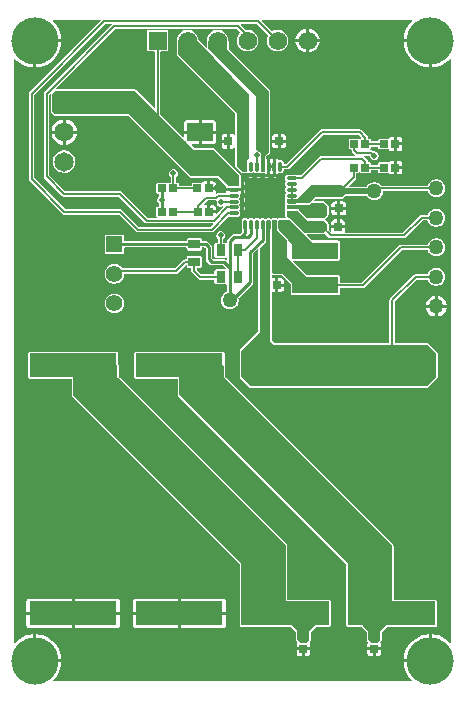
<source format=gbr>
%TF.GenerationSoftware,KiCad,Pcbnew,9.99.0-1490-gab75263b91*%
%TF.CreationDate,2025-06-04T22:15:06+10:00*%
%TF.ProjectId,energy_harvesting_board,656e6572-6779-45f6-9861-727665737469,rev?*%
%TF.SameCoordinates,Original*%
%TF.FileFunction,Copper,L1,Top*%
%TF.FilePolarity,Positive*%
%FSLAX46Y46*%
G04 Gerber Fmt 4.6, Leading zero omitted, Abs format (unit mm)*
G04 Created by KiCad (PCBNEW 9.99.0-1490-gab75263b91) date 2025-06-04 22:15:06*
%MOMM*%
%LPD*%
G01*
G04 APERTURE LIST*
G04 Aperture macros list*
%AMRoundRect*
0 Rectangle with rounded corners*
0 $1 Rounding radius*
0 $2 $3 $4 $5 $6 $7 $8 $9 X,Y pos of 4 corners*
0 Add a 4 corners polygon primitive as box body*
4,1,4,$2,$3,$4,$5,$6,$7,$8,$9,$2,$3,0*
0 Add four circle primitives for the rounded corners*
1,1,$1+$1,$2,$3*
1,1,$1+$1,$4,$5*
1,1,$1+$1,$6,$7*
1,1,$1+$1,$8,$9*
0 Add four rect primitives between the rounded corners*
20,1,$1+$1,$2,$3,$4,$5,0*
20,1,$1+$1,$4,$5,$6,$7,0*
20,1,$1+$1,$6,$7,$8,$9,0*
20,1,$1+$1,$8,$9,$2,$3,0*%
G04 Aperture macros list end*
%TA.AperFunction,SMDPad,CuDef*%
%ADD10C,1.270000*%
%TD*%
%TA.AperFunction,ComponentPad*%
%ADD11R,1.400000X1.400000*%
%TD*%
%TA.AperFunction,ComponentPad*%
%ADD12C,1.400000*%
%TD*%
%TA.AperFunction,SMDPad,CuDef*%
%ADD13R,7.400000X2.000000*%
%TD*%
%TA.AperFunction,SMDPad,CuDef*%
%ADD14RoundRect,0.082550X-0.247650X0.297450X-0.247650X-0.297450X0.247650X-0.297450X0.247650X0.297450X0*%
%TD*%
%TA.AperFunction,SMDPad,CuDef*%
%ADD15R,0.700000X0.650000*%
%TD*%
%TA.AperFunction,SMDPad,CuDef*%
%ADD16R,2.200000X1.550000*%
%TD*%
%TA.AperFunction,SMDPad,CuDef*%
%ADD17R,1.000000X0.800000*%
%TD*%
%TA.AperFunction,SMDPad,CuDef*%
%ADD18RoundRect,0.082550X0.247650X-0.297450X0.247650X0.297450X-0.247650X0.297450X-0.247650X-0.297450X0*%
%TD*%
%TA.AperFunction,SMDPad,CuDef*%
%ADD19R,3.890000X1.450000*%
%TD*%
%TA.AperFunction,SMDPad,CuDef*%
%ADD20RoundRect,0.082550X-0.297450X-0.247650X0.297450X-0.247650X0.297450X0.247650X-0.297450X0.247650X0*%
%TD*%
%TA.AperFunction,SMDPad,CuDef*%
%ADD21RoundRect,0.082550X0.297450X0.247650X-0.297450X0.247650X-0.297450X-0.247650X0.297450X-0.247650X0*%
%TD*%
%TA.AperFunction,SMDPad,CuDef*%
%ADD22RoundRect,0.075000X0.337500X0.075000X-0.337500X0.075000X-0.337500X-0.075000X0.337500X-0.075000X0*%
%TD*%
%TA.AperFunction,SMDPad,CuDef*%
%ADD23RoundRect,0.075000X0.075000X0.337500X-0.075000X0.337500X-0.075000X-0.337500X0.075000X-0.337500X0*%
%TD*%
%TA.AperFunction,HeatsinkPad*%
%ADD24C,0.500000*%
%TD*%
%TA.AperFunction,HeatsinkPad*%
%ADD25R,3.150000X3.150000*%
%TD*%
%TA.AperFunction,SMDPad,CuDef*%
%ADD26R,0.650000X0.700000*%
%TD*%
%TA.AperFunction,ComponentPad*%
%ADD27C,4.000000*%
%TD*%
%TA.AperFunction,SMDPad,CuDef*%
%ADD28R,0.800000X1.000000*%
%TD*%
%TA.AperFunction,SMDPad,CuDef*%
%ADD29R,0.700000X0.950000*%
%TD*%
%TA.AperFunction,ComponentPad*%
%ADD30R,1.650000X1.650000*%
%TD*%
%TA.AperFunction,ComponentPad*%
%ADD31C,1.650000*%
%TD*%
%TA.AperFunction,ComponentPad*%
%ADD32R,1.570000X1.570000*%
%TD*%
%TA.AperFunction,ComponentPad*%
%ADD33C,1.570000*%
%TD*%
%TA.AperFunction,ViaPad*%
%ADD34C,1.270000*%
%TD*%
%TA.AperFunction,ViaPad*%
%ADD35C,0.500000*%
%TD*%
%TA.AperFunction,Conductor*%
%ADD36C,0.200000*%
%TD*%
%TA.AperFunction,Conductor*%
%ADD37C,0.250000*%
%TD*%
%ADD38C,0.000000*%
%TA.AperFunction,Conductor*%
%ADD39C,0.500000*%
%TD*%
G04 APERTURE END LIST*
D10*
%TO.P,TP3,1*%
%TO.N,VBUCK*%
X165751100Y-91253600D03*
%TD*%
D11*
%TO.P,R1,1*%
%TO.N,VBUCK*%
X138501100Y-96003600D03*
D12*
%TO.P,R1,2*%
%TO.N,NetR1_2*%
X138501100Y-98503600D03*
%TO.P,R1,3*%
%TO.N,N/C*%
X138501100Y-101003600D03*
%TD*%
D13*
%TO.P,BT2,N*%
%TO.N,NetBT2_N*%
X153001100Y-127253600D03*
%TO.P,BT2,P*%
%TO.N,V_IN*%
X153001100Y-106253600D03*
%TD*%
D14*
%TO.P,C5,1*%
%TO.N,GND*%
X152451100Y-87253600D03*
%TO.P,C5,2*%
%TO.N,LVOUT*%
X151051100Y-87253600D03*
%TD*%
D13*
%TO.P,BT1,N*%
%TO.N,NetBT1_N*%
X162001100Y-127253600D03*
%TO.P,BT1,P*%
%TO.N,V_IN*%
X162001100Y-106253600D03*
%TD*%
D15*
%TO.P,R4,1*%
%TO.N,ENHV*%
X143476100Y-91253600D03*
%TO.P,R4,2*%
%TO.N,VBUCK*%
X142526100Y-91253600D03*
%TD*%
D14*
%TO.P,C4,1*%
%TO.N,HVOUT*%
X149551100Y-87278600D03*
%TO.P,C4,2*%
%TO.N,GND*%
X148151100Y-87278600D03*
%TD*%
D16*
%TO.P,C3,1*%
%TO.N,VBATT*%
X145751100Y-89003600D03*
%TO.P,C3,2*%
%TO.N,GND*%
X145751100Y-86503600D03*
%TD*%
D17*
%TO.P,R6,1*%
%TO.N,NetR1_2*%
X145251100Y-97503600D03*
%TO.P,R6,2*%
%TO.N,VBUCK*%
X145251100Y-96003600D03*
%TD*%
D15*
%TO.P,R2,1*%
%TO.N,SRC_LVL_R0*%
X159751100Y-87503600D03*
%TO.P,R2,2*%
%TO.N,VBUCK*%
X158801100Y-87503600D03*
%TD*%
D18*
%TO.P,C2,1*%
%TO.N,NetC2_1*%
X156051100Y-94503600D03*
%TO.P,C2,2*%
%TO.N,GND*%
X157451100Y-94503600D03*
%TD*%
D15*
%TO.P,R3,1*%
%TO.N,SRC_LVL_R1*%
X159751100Y-89503600D03*
%TO.P,R3,2*%
%TO.N,VBUCK*%
X158801100Y-89503600D03*
%TD*%
D19*
%TO.P,L1,1*%
%TO.N,NetL1_1*%
X155501100Y-96528600D03*
%TO.P,L1,2*%
%TO.N,NetC1_1*%
X155501100Y-99478600D03*
%TD*%
D20*
%TO.P,C1,1*%
%TO.N,NetC1_1*%
X152251100Y-98053600D03*
%TO.P,C1,2*%
%TO.N,GND*%
X152251100Y-99453600D03*
%TD*%
D21*
%TO.P,C6,1*%
%TO.N,GND*%
X157501100Y-92953600D03*
%TO.P,C6,2*%
%TO.N,VBUCK*%
X157501100Y-91553600D03*
%TD*%
D13*
%TO.P,BT3,N*%
%TO.N,GND*%
X144001100Y-127253600D03*
%TO.P,BT3,P*%
%TO.N,NetBT1_N*%
X144001100Y-106253600D03*
%TD*%
D22*
%TO.P,U1,1,BOOST*%
%TO.N,NetC2_1*%
X153512500Y-93380000D03*
%TO.P,U1,2,SWBUCK*%
%TO.N,NetL2_1*%
X153512500Y-92880000D03*
%TO.P,U1,3,BUCK*%
%TO.N,VBUCK*%
X153512500Y-92380000D03*
%TO.P,U1,4,CFG[2]*%
X153512500Y-91880000D03*
%TO.P,U1,5,CFG[1]*%
X153512500Y-91380000D03*
%TO.P,U1,6,CFG[0]*%
X153512500Y-90880000D03*
%TO.P,U1,7,SRC_LVL_RANGE[1]*%
%TO.N,SRC_LVL_R1*%
X153512500Y-90380000D03*
D23*
%TO.P,U1,8,SRC_LVL_RANGE[0]*%
%TO.N,SRC_LVL_R0*%
X152550000Y-89417500D03*
%TO.P,U1,9,FB_PRIM_D*%
%TO.N,GND*%
X152050000Y-89417500D03*
%TO.P,U1,10,FB_PRIM_U*%
X151550000Y-89417500D03*
%TO.P,U1,11,LVOUT*%
%TO.N,LVOUT*%
X151050000Y-89417500D03*
%TO.P,U1,12,ENHV*%
%TO.N,ENHV*%
X150550000Y-89417500D03*
%TO.P,U1,13,FB_HV*%
%TO.N,unconnected-(U1-FB_HV-Pad13)*%
X150050000Y-89417500D03*
%TO.P,U1,14,HVOUT*%
%TO.N,HVOUT*%
X149550000Y-89417500D03*
D22*
%TO.P,U1,15,BAL*%
%TO.N,VBATT*%
X148587500Y-90380000D03*
%TO.P,U1,16,BATT*%
X148587500Y-90880000D03*
%TO.P,U1,17,PRIM*%
%TO.N,GND*%
X148587500Y-91380000D03*
%TO.P,U1,18,ENLV*%
%TO.N,ENLV*%
X148587500Y-91880000D03*
%TO.P,U1,19,SRC_LVL_D*%
%TO.N,SRC_LVL_D*%
X148587500Y-92380000D03*
%TO.P,U1,20,STATUS[1]*%
%TO.N,STATUS1*%
X148587500Y-92880000D03*
%TO.P,U1,21,STATUS[0]*%
%TO.N,STATUS0*%
X148587500Y-93380000D03*
D23*
%TO.P,U1,22,SET_OVCH*%
%TO.N,VBUCK*%
X149550000Y-94342500D03*
%TO.P,U1,23,SET_CHRDY*%
X150050000Y-94342500D03*
%TO.P,U1,24,SRC_LVL_U*%
%TO.N,SRC_LVL_U*%
X150550000Y-94342500D03*
%TO.P,U1,25,SET_OVDIS*%
%TO.N,VBUCK*%
X151050000Y-94342500D03*
%TO.P,U1,26,SRC*%
%TO.N,V_IN*%
X151550000Y-94342500D03*
%TO.P,U1,27,BUFSRC*%
%TO.N,NetC1_1*%
X152050000Y-94342500D03*
%TO.P,U1,28,SWBOOST*%
%TO.N,NetL1_1*%
X152550000Y-94342500D03*
D24*
%TO.P,U1,29,GND*%
%TO.N,GND*%
X152100000Y-92930000D03*
X152100000Y-92230000D03*
X152100000Y-91530000D03*
X152100000Y-90830000D03*
X151400000Y-92930000D03*
X151400000Y-92230000D03*
X151400000Y-91530000D03*
X151400000Y-90830000D03*
D25*
X151050000Y-91880000D03*
D24*
X150700000Y-92930000D03*
X150700000Y-92230000D03*
X150700000Y-91530000D03*
X150700000Y-90830000D03*
X150000000Y-92930000D03*
X150000000Y-92230000D03*
X150000000Y-91530000D03*
X150000000Y-90830000D03*
%TD*%
D13*
%TO.P,BT4,N*%
%TO.N,GND*%
X135001100Y-127253600D03*
%TO.P,BT4,P*%
%TO.N,NetBT2_N*%
X135001100Y-106253600D03*
%TD*%
D26*
%TO.P,R13,1*%
%TO.N,NetBT1_N*%
X160501100Y-129278600D03*
%TO.P,R13,2*%
%TO.N,GND*%
X160501100Y-130228600D03*
%TD*%
D15*
%TO.P,R11,1*%
%TO.N,GND*%
X146501100Y-93253600D03*
%TO.P,R11,2*%
%TO.N,ENLV*%
X145551100Y-93253600D03*
%TD*%
%TO.P,R10,1*%
%TO.N,GND*%
X146476100Y-91253600D03*
%TO.P,R10,2*%
%TO.N,ENHV*%
X145526100Y-91253600D03*
%TD*%
D27*
%TO.P,,3*%
%TO.N,GND*%
X131751100Y-78753600D03*
%TD*%
D28*
%TO.P,R7,1*%
%TO.N,SRC_LVL_U*%
X149001100Y-98753600D03*
%TO.P,R7,2*%
%TO.N,NetR1_2*%
X147501100Y-98753600D03*
%TD*%
D15*
%TO.P,R8,1*%
%TO.N,GND*%
X162276100Y-87503600D03*
%TO.P,R8,2*%
%TO.N,SRC_LVL_R0*%
X161326100Y-87503600D03*
%TD*%
D26*
%TO.P,R14,1*%
%TO.N,NetBT2_N*%
X154501100Y-129278600D03*
%TO.P,R14,2*%
%TO.N,GND*%
X154501100Y-130228600D03*
%TD*%
D27*
%TO.P,,4*%
%TO.N,GND*%
X165251100Y-78753600D03*
%TD*%
D15*
%TO.P,R5,1*%
%TO.N,ENLV*%
X143476100Y-93253600D03*
%TO.P,R5,2*%
%TO.N,VBUCK*%
X142526100Y-93253600D03*
%TD*%
D27*
%TO.P,,2*%
%TO.N,GND*%
X165251100Y-131253600D03*
%TD*%
%TO.P,,1*%
%TO.N,GND*%
X131751100Y-131253600D03*
%TD*%
D28*
%TO.P,R12,1*%
%TO.N,SRC_LVL_D*%
X147501100Y-96503600D03*
%TO.P,R12,2*%
%TO.N,SRC_LVL_U*%
X149001100Y-96503600D03*
%TD*%
D29*
%TO.P,L2,1*%
%TO.N,NetL2_1*%
X156001100Y-93078600D03*
%TO.P,L2,2*%
%TO.N,VBUCK*%
X156001100Y-91428600D03*
%TD*%
D15*
%TO.P,R9,1*%
%TO.N,GND*%
X162276100Y-89503600D03*
%TO.P,R9,2*%
%TO.N,SRC_LVL_R1*%
X161326100Y-89503600D03*
%TD*%
D30*
%TO.P,J2,1*%
%TO.N,VBATT*%
X134251100Y-84003600D03*
D31*
%TO.P,J2,2*%
%TO.N,GND*%
X134251100Y-86503600D03*
%TO.P,J2,3*%
%TO.N,N/C*%
X134251100Y-89003600D03*
%TD*%
D32*
%TO.P,J1,1*%
%TO.N,VBATT*%
X142151100Y-78753600D03*
D33*
%TO.P,J1,2*%
%TO.N,HVOUT*%
X144691100Y-78753600D03*
%TO.P,J1,3*%
%TO.N,LVOUT*%
X147231100Y-78753600D03*
%TO.P,J1,4*%
%TO.N,STATUS1*%
X149771100Y-78753600D03*
%TO.P,J1,5*%
%TO.N,STATUS0*%
X152311100Y-78753600D03*
%TO.P,J1,6*%
%TO.N,GND*%
X154851100Y-78753600D03*
%TD*%
D10*
%TO.P,TP5,1*%
%TO.N,GND*%
X165751100Y-101253590D03*
%TD*%
%TO.P,TP4,1*%
%TO.N,V_IN*%
X165751100Y-98753600D03*
%TD*%
%TO.P,TP1,1*%
%TO.N,NetC1_1*%
X165751100Y-96253590D03*
%TD*%
%TO.P,TP2,1*%
%TO.N,NetC2_1*%
X165751100Y-93753600D03*
%TD*%
D34*
%TO.N,VBUCK*%
X160501100Y-91503600D03*
X148251100Y-100753600D03*
D35*
X160501100Y-88503600D03*
X142501100Y-92253600D03*
%TO.N,SRC_LVL_D*%
X147526100Y-92430000D03*
X147501100Y-95253600D03*
%TO.N,GND*%
X148176100Y-86278600D03*
X144751100Y-85253600D03*
X161001100Y-101003600D03*
X137751100Y-92503600D03*
X158251100Y-94503600D03*
X141501100Y-90503600D03*
X146501100Y-92626600D03*
X159751100Y-102003600D03*
X156501100Y-102503600D03*
X161251100Y-92753600D03*
X161251100Y-94253600D03*
X149751100Y-101503600D03*
X147128100Y-91253600D03*
X161251100Y-99253600D03*
X158501100Y-93003600D03*
X152251100Y-100253600D03*
X153251100Y-130253600D03*
X156501100Y-101003600D03*
X158001100Y-101003600D03*
X153251100Y-87253600D03*
X152076100Y-88428600D03*
X154751100Y-98003600D03*
X135001100Y-92503600D03*
X143001100Y-89503600D03*
X159001100Y-98253600D03*
X153501100Y-102503600D03*
X159001100Y-100253600D03*
X158001100Y-102503600D03*
X155001100Y-102503600D03*
X155501100Y-130253600D03*
X161501100Y-130253600D03*
X153501100Y-101003600D03*
X150001100Y-100003600D03*
X157001100Y-98003600D03*
X162251100Y-88503600D03*
X141251100Y-93003600D03*
X159251100Y-130253600D03*
X145751100Y-85253600D03*
X132129400Y-89209690D03*
X155001100Y-101003600D03*
X132134680Y-84000930D03*
X161251100Y-96253600D03*
X146751100Y-85253600D03*
X152251100Y-102503600D03*
X159751100Y-96253600D03*
%TO.N,ENHV*%
X143501100Y-90003600D03*
X150551100Y-88453600D03*
%TD*%
%TO.N,VBUCK*%
D36*
X157501100Y-91553600D02*
X158751100Y-90303600D01*
D37*
X142513600Y-93241100D02*
X142526100Y-93253600D01*
X146751100Y-97503600D02*
X147751100Y-97503600D01*
X148601100Y-95403600D02*
X149201100Y-95403600D01*
D36*
X160501100Y-91503600D02*
X160751100Y-91253600D01*
D37*
X150051100Y-95128600D02*
X150051100Y-94953600D01*
X146251100Y-96003600D02*
X146501100Y-96253600D01*
X151050000Y-94342500D02*
X151050000Y-95629700D01*
X146501100Y-97253600D02*
X146501100Y-96253600D01*
X150051100Y-94953600D02*
X150050000Y-94952500D01*
X150001100Y-96678600D02*
X150001100Y-99178600D01*
X142501100Y-92253600D02*
X142513600Y-92266100D01*
X146501100Y-97253600D02*
X146751100Y-97503600D01*
X151050000Y-95629700D02*
X150001100Y-96678600D01*
D36*
X153512500Y-92380000D02*
X153512500Y-90880000D01*
D37*
X149351100Y-95253600D02*
X149550000Y-95054700D01*
D36*
X160751100Y-91253600D02*
X165751100Y-91253600D01*
D37*
X150001100Y-99178600D02*
X148426100Y-100753600D01*
D38*
X145251100Y-96003600D02*
X145251099Y-96003600D01*
X145251099Y-96003600D01*
X145251099Y-96003600D01*
X145251099Y-96003600D01*
X145251099Y-96003600D01*
X145251099Y-96003600D01*
X145251099Y-96003600D01*
X145251099Y-96003599D01*
X145251099Y-96003599D01*
X145251099Y-96003599D01*
X145251099Y-96003599D01*
X145251099Y-96003599D01*
X145251100Y-96003599D01*
X145251100Y-96003599D01*
X145251100Y-96003599D01*
X145251100Y-96003599D01*
X145251100Y-96003599D01*
X145251100Y-96003599D01*
X145251100Y-96003599D01*
X145251100Y-96003599D01*
X145251100Y-96003599D01*
X145251100Y-96003599D01*
X145251100Y-96003599D01*
X145251100Y-96003599D01*
X145251101Y-96003599D01*
X145251101Y-96003599D01*
X145251101Y-96003599D01*
X145251101Y-96003599D01*
X145251101Y-96003599D01*
X145251101Y-96003599D01*
X145251101Y-96003600D01*
X145251101Y-96003600D01*
X145251101Y-96003600D01*
X145251101Y-96003600D01*
X145251101Y-96003600D01*
X145251101Y-96003600D01*
X145251101Y-96003600D01*
X145251100Y-96003600D01*
X145251100Y-96003600D02*
X145251101Y-96003600D01*
X145251101Y-96003600D01*
X145251101Y-96003600D01*
X145251101Y-96003600D01*
X145251101Y-96003600D01*
X145251101Y-96003600D01*
X145251101Y-96003601D01*
X145251101Y-96003601D01*
X145251101Y-96003601D01*
X145251101Y-96003601D01*
X145251101Y-96003601D01*
X145251101Y-96003601D01*
X145251101Y-96003601D01*
X145251100Y-96003601D01*
X145251100Y-96003601D01*
X145251100Y-96003601D01*
X145251100Y-96003601D01*
X145251100Y-96003601D01*
X145251100Y-96003601D01*
X145251100Y-96003601D01*
X145251100Y-96003601D01*
X145251100Y-96003601D01*
X145251100Y-96003601D01*
X145251100Y-96003601D01*
X145251100Y-96003601D01*
X145251099Y-96003601D01*
X145251099Y-96003601D01*
X145251099Y-96003601D01*
X145251099Y-96003601D01*
X145251099Y-96003601D01*
X145251099Y-96003601D01*
X145251099Y-96003600D01*
X145251099Y-96003600D01*
X145251099Y-96003600D01*
X145251099Y-96003600D01*
X145251099Y-96003600D01*
X145251099Y-96003600D01*
X145251100Y-96003600D01*
D37*
X138251100Y-96003600D02*
X145251100Y-96003600D01*
X145251100Y-96003600D02*
X146251100Y-96003600D01*
X147751100Y-97503600D02*
X148251100Y-98003600D01*
X149550000Y-95054700D02*
X149550000Y-94342500D01*
X149776100Y-95403600D02*
X150051100Y-95128600D01*
X142501100Y-91253600D02*
X142513600Y-91266100D01*
X149201100Y-95403600D02*
X149776100Y-95403600D01*
D36*
X158801100Y-88053600D02*
X158801100Y-87503600D01*
D37*
X148251100Y-95753600D02*
X148601100Y-95403600D01*
D36*
X158801100Y-88053600D02*
X159001100Y-88253600D01*
X160251100Y-88253600D02*
X160501100Y-88503600D01*
D37*
X142513600Y-93241100D02*
X142513600Y-92266100D01*
X148251100Y-100753600D02*
X148251100Y-95753600D01*
X150050000Y-94952500D02*
X150050000Y-94342500D01*
D36*
X159001100Y-88253600D02*
X160251100Y-88253600D01*
D37*
X142513600Y-92241100D02*
X142513600Y-91266100D01*
D36*
X158751100Y-90303600D02*
X158751100Y-89503600D01*
D37*
X148426100Y-100753600D02*
X148251100Y-100753600D01*
X142501100Y-92253600D02*
X142513600Y-92241100D01*
X149201100Y-95403600D02*
X149351100Y-95253600D01*
%TO.N,VBATT*%
D36*
X142001100Y-79003600D02*
X142151100Y-78853600D01*
X142151100Y-78853600D02*
X142151100Y-78753600D01*
X142151100Y-85103600D02*
X142151100Y-78853600D01*
X142001100Y-85253600D02*
X142151100Y-85103600D01*
X142151100Y-78853600D02*
X142251100Y-78753600D01*
%TO.N,V_IN*%
D39*
X151251100Y-106253600D02*
X153001100Y-106253600D01*
X151001100Y-106003600D02*
X151251100Y-106253600D01*
D36*
X162001100Y-100753600D02*
X164001100Y-98753600D01*
X162001100Y-106253600D02*
X162001100Y-100753600D01*
D38*
X165751100Y-98753600D02*
X165751099Y-98753600D01*
X165751099Y-98753600D01*
X165751099Y-98753600D01*
X165751099Y-98753600D01*
X165751099Y-98753600D01*
X165751099Y-98753600D01*
X165751099Y-98753600D01*
X165751099Y-98753599D01*
X165751099Y-98753599D01*
X165751099Y-98753599D01*
X165751099Y-98753599D01*
X165751099Y-98753599D01*
X165751100Y-98753599D01*
X165751100Y-98753599D01*
X165751100Y-98753599D01*
X165751100Y-98753599D01*
X165751100Y-98753599D01*
X165751100Y-98753599D01*
X165751100Y-98753599D01*
X165751100Y-98753599D01*
X165751100Y-98753599D01*
X165751100Y-98753599D01*
X165751100Y-98753599D01*
X165751100Y-98753599D01*
X165751101Y-98753599D01*
X165751101Y-98753599D01*
X165751101Y-98753599D01*
X165751101Y-98753599D01*
X165751101Y-98753599D01*
X165751101Y-98753599D01*
X165751101Y-98753600D01*
X165751101Y-98753600D01*
X165751101Y-98753600D01*
X165751101Y-98753600D01*
X165751101Y-98753600D01*
X165751101Y-98753600D01*
X165751101Y-98753600D01*
X165751100Y-98753600D01*
X165751100Y-98753600D02*
X165751101Y-98753600D01*
X165751101Y-98753600D01*
X165751101Y-98753600D01*
X165751101Y-98753600D01*
X165751101Y-98753600D01*
X165751101Y-98753600D01*
X165751101Y-98753601D01*
X165751101Y-98753601D01*
X165751101Y-98753601D01*
X165751101Y-98753601D01*
X165751101Y-98753601D01*
X165751101Y-98753601D01*
X165751101Y-98753601D01*
X165751100Y-98753601D01*
X165751100Y-98753601D01*
X165751100Y-98753601D01*
X165751100Y-98753601D01*
X165751100Y-98753601D01*
X165751100Y-98753601D01*
X165751100Y-98753601D01*
X165751100Y-98753601D01*
X165751100Y-98753601D01*
X165751100Y-98753601D01*
X165751100Y-98753601D01*
X165751100Y-98753601D01*
X165751099Y-98753601D01*
X165751099Y-98753601D01*
X165751099Y-98753601D01*
X165751099Y-98753601D01*
X165751099Y-98753601D01*
X165751099Y-98753601D01*
X165751099Y-98753600D01*
X165751099Y-98753600D01*
X165751099Y-98753600D01*
X165751099Y-98753600D01*
X165751099Y-98753600D01*
X165751099Y-98753600D01*
X165751100Y-98753600D01*
D36*
X164001100Y-98753600D02*
X165751100Y-98753600D01*
%TO.N,STATUS1*%
X149001100Y-77503600D02*
X138501100Y-77503600D01*
X139001100Y-91753600D02*
X141251100Y-94003600D01*
X149751100Y-78753600D02*
X149751100Y-78253600D01*
X148024700Y-92880000D02*
X148587500Y-92880000D01*
X132751100Y-83253600D02*
X132751100Y-90253600D01*
X132751100Y-90253600D02*
X134251100Y-91753600D01*
X138501100Y-77503600D02*
X132751100Y-83253600D01*
X141251100Y-94003600D02*
X146901100Y-94003600D01*
X134251100Y-91753600D02*
X139001100Y-91753600D01*
X146901100Y-94003600D02*
X148024700Y-92880000D01*
X149751100Y-78253600D02*
X149001100Y-77503600D01*
%TO.N,STATUS0*%
X146726100Y-94753600D02*
X140501100Y-94753600D01*
X131501100Y-83253600D02*
X137652100Y-77102600D01*
X148587500Y-93380000D02*
X148099700Y-93380000D01*
X134251100Y-93253600D02*
X131501100Y-90503600D01*
X148099700Y-93380000D02*
X146726100Y-94753600D01*
X140501100Y-94753600D02*
X139001100Y-93253600D01*
X139001100Y-93253600D02*
X134251100Y-93253600D01*
X137652100Y-77102600D02*
X150660100Y-77102600D01*
X131501100Y-90503600D02*
X131501100Y-83253600D01*
X150660100Y-77102600D02*
X152311100Y-78753600D01*
%TO.N,SRC_LVL_U*%
X150551100Y-95503600D02*
X150551100Y-95056000D01*
X150550000Y-95054900D02*
X150550000Y-94342500D01*
X150551100Y-95056000D02*
X150550000Y-95054900D01*
X149001100Y-98753600D02*
X149001100Y-96503600D01*
X149001100Y-96503600D02*
X149551100Y-96503600D01*
X149551100Y-96503600D02*
X150551100Y-95503600D01*
%TO.N,SRC_LVL_R1*%
X159751100Y-89503600D02*
X161326100Y-89503600D01*
X156001100Y-88753600D02*
X154376100Y-90378600D01*
X159737200Y-88989700D02*
X159501100Y-88753600D01*
X159751100Y-88989700D02*
X159737200Y-88989700D01*
X159751100Y-89503600D02*
X159751100Y-88989700D01*
X159501100Y-88753600D02*
X156001100Y-88753600D01*
X154376100Y-90378600D02*
X153426100Y-90378600D01*
%TO.N,SRC_LVL_R0*%
X153137200Y-89417500D02*
X156051100Y-86503600D01*
X156051100Y-86503600D02*
X159251100Y-86503600D01*
X159251100Y-86503600D02*
X159737200Y-86989700D01*
X152550000Y-89417500D02*
X153137200Y-89417500D01*
X159737200Y-86989700D02*
X159751100Y-86989700D01*
X159751100Y-87503600D02*
X161251100Y-87503600D01*
X159751100Y-86989700D02*
X159751100Y-87503600D01*
%TO.N,SRC_LVL_D*%
X147501100Y-96503600D02*
X147501100Y-95253600D01*
X147576100Y-92380000D02*
X147526100Y-92430000D01*
X148587500Y-92380000D02*
X147576100Y-92380000D01*
%TO.N,NetR1_2*%
X144501100Y-97503600D02*
X145251100Y-97503600D01*
X143751100Y-98253600D02*
X144501100Y-97503600D01*
X138501100Y-98253600D02*
X143751100Y-98253600D01*
X145251100Y-98253600D02*
X145251100Y-97503600D01*
X145251100Y-98253600D02*
X145751100Y-98753600D01*
X145751100Y-98753600D02*
X147501100Y-98753600D01*
%TO.N,NetC2_1*%
X156051100Y-94503600D02*
X156801100Y-95253600D01*
X163001100Y-95253600D02*
X164501100Y-93753600D01*
X164501100Y-93753600D02*
X165751100Y-93753600D01*
X156801100Y-95253600D02*
X163001100Y-95253600D01*
%TO.N,NetC1_1*%
X159526100Y-99478600D02*
X162751100Y-96253590D01*
X162751100Y-96253590D02*
X165751100Y-96253590D01*
X155501100Y-99478600D02*
X159526100Y-99478600D01*
X165751100Y-96253590D02*
X165751100Y-96253600D01*
%TO.N,GND*%
D37*
X146476100Y-91253600D02*
X147128100Y-91253600D01*
D36*
X146501100Y-93253600D02*
X146501100Y-92626600D01*
%TO.N,ENLV*%
X143476100Y-93253600D02*
X145501100Y-93253600D01*
X147755332Y-91880000D02*
X148587500Y-91880000D01*
X145551100Y-93253600D02*
X145551100Y-92797368D01*
X146294868Y-92053600D02*
X147123268Y-92053600D01*
X147123268Y-92053600D02*
X147297868Y-91879000D01*
X147297868Y-91879000D02*
X147754332Y-91879000D01*
X147754332Y-91879000D02*
X147755332Y-91880000D01*
X145551100Y-92797368D02*
X146294868Y-92053600D01*
%TO.N,ENHV*%
X143501100Y-91253600D02*
X143501100Y-90003600D01*
X150550000Y-88453600D02*
X150550000Y-89417500D01*
X143501100Y-91253600D02*
X145501100Y-91253600D01*
X150551100Y-88428600D02*
X150576100Y-88453600D01*
X150576100Y-88453600D02*
X150550000Y-88453600D01*
X143476100Y-91253600D02*
X143501100Y-91253600D01*
%TD*%
%TA.AperFunction,Conductor*%
%TO.N,NetC1_1*%
G36*
X152257718Y-93942952D02*
G01*
X152272070Y-93977600D01*
X152272070Y-94830118D01*
X153061748Y-95619807D01*
X153076100Y-95654454D01*
X153076100Y-97103610D01*
X155078951Y-99106452D01*
X155093303Y-99141100D01*
X155078951Y-99175748D01*
X154285748Y-99968952D01*
X154251100Y-99983304D01*
X154216452Y-99968952D01*
X152751100Y-98503600D01*
X152021396Y-98503600D01*
X151986748Y-98489248D01*
X151840452Y-98342952D01*
X151826100Y-98308304D01*
X151826100Y-94711807D01*
X151827042Y-94702245D01*
X151827500Y-94699943D01*
X151827500Y-93985057D01*
X151827264Y-93982662D01*
X151828826Y-93982508D01*
X151835267Y-93950329D01*
X151866475Y-93929530D01*
X151875977Y-93928600D01*
X152223070Y-93928600D01*
X152257718Y-93942952D01*
G37*
%TD.AperFunction*%
%TD*%
%TA.AperFunction,Conductor*%
%TO.N,NetBT2_N*%
G36*
X155015452Y-127267952D02*
G01*
X155486748Y-127739248D01*
X155501100Y-127773896D01*
X155501100Y-128233304D01*
X155486748Y-128267952D01*
X155001100Y-128753599D01*
X155001100Y-129483304D01*
X154986748Y-129517952D01*
X154767952Y-129736748D01*
X154733304Y-129751100D01*
X154268896Y-129751100D01*
X154234248Y-129736748D01*
X154015452Y-129517952D01*
X154001100Y-129483304D01*
X154001100Y-128753600D01*
X153515452Y-128267952D01*
X153501100Y-128233304D01*
X153501100Y-127523896D01*
X153515452Y-127489248D01*
X153736748Y-127267952D01*
X153771396Y-127253600D01*
X154980804Y-127253600D01*
X155015452Y-127267952D01*
G37*
%TD.AperFunction*%
%TD*%
%TA.AperFunction,Conductor*%
%TO.N,NetBT1_N*%
G36*
X147736748Y-106267952D02*
G01*
X147751100Y-106302600D01*
X147751100Y-107253600D01*
X161986748Y-121489248D01*
X162001100Y-121523896D01*
X162001100Y-128204600D01*
X161986748Y-128239248D01*
X161952100Y-128253600D01*
X161501100Y-128253600D01*
X161501100Y-127516100D01*
X159501100Y-127516100D01*
X159501100Y-128253600D01*
X158300100Y-128253600D01*
X158265452Y-128239248D01*
X158251100Y-128204600D01*
X158251100Y-123003600D01*
X144015452Y-108767952D01*
X144001100Y-108733304D01*
X144001100Y-106302600D01*
X144015452Y-106267952D01*
X144050100Y-106253600D01*
X147702100Y-106253600D01*
X147736748Y-106267952D01*
G37*
%TD.AperFunction*%
%TD*%
%TA.AperFunction,Conductor*%
%TO.N,NetL1_1*%
G36*
X153290452Y-93917952D02*
G01*
X155792452Y-96419952D01*
X155806804Y-96454600D01*
X155792452Y-96489248D01*
X155757804Y-96503600D01*
X154096088Y-96503600D01*
X154061440Y-96489248D01*
X153214630Y-95642443D01*
X153201220Y-95617355D01*
X153198513Y-95603746D01*
X153184161Y-95569099D01*
X153155440Y-95526116D01*
X152426096Y-94796761D01*
X152411747Y-94762402D01*
X152407057Y-93952882D01*
X152421208Y-93918153D01*
X152455772Y-93903601D01*
X152456056Y-93903600D01*
X153255804Y-93903600D01*
X153290452Y-93917952D01*
G37*
%TD.AperFunction*%
%TD*%
%TA.AperFunction,Conductor*%
%TO.N,NetBT2_N*%
G36*
X138736748Y-106267952D02*
G01*
X138751100Y-106302600D01*
X138751100Y-107253600D01*
X152986748Y-121489248D01*
X153001100Y-121523896D01*
X153001100Y-128204600D01*
X152986748Y-128239248D01*
X152952100Y-128253600D01*
X149300100Y-128253600D01*
X149265452Y-128239248D01*
X149251100Y-128204600D01*
X149251100Y-123003600D01*
X135015452Y-108767952D01*
X135001100Y-108733304D01*
X135001100Y-106302600D01*
X135015452Y-106267952D01*
X135050100Y-106253600D01*
X138702100Y-106253600D01*
X138736748Y-106267952D01*
G37*
%TD.AperFunction*%
%TD*%
%TA.AperFunction,Conductor*%
%TO.N,NetC2_1*%
G36*
X153140179Y-93154541D02*
G01*
X153143837Y-93155268D01*
X153155056Y-93157500D01*
X153155058Y-93157500D01*
X153869942Y-93157500D01*
X153869944Y-93157500D01*
X153881162Y-93155268D01*
X153884821Y-93154541D01*
X153894379Y-93153600D01*
X154005804Y-93153600D01*
X154040452Y-93167952D01*
X154876100Y-94003600D01*
X156230804Y-94003600D01*
X156265452Y-94017952D01*
X156486748Y-94239248D01*
X156501100Y-94273896D01*
X156501100Y-94733304D01*
X156486748Y-94767952D01*
X156265452Y-94989248D01*
X156230804Y-95003600D01*
X154583780Y-95003600D01*
X154549132Y-94989248D01*
X153384141Y-93824257D01*
X153352013Y-93802790D01*
X153341159Y-93795538D01*
X153341157Y-93795537D01*
X153310691Y-93782917D01*
X153294795Y-93772295D01*
X153090452Y-93567952D01*
X153076100Y-93533304D01*
X153076100Y-93202600D01*
X153090452Y-93167952D01*
X153125100Y-93153600D01*
X153130621Y-93153600D01*
X153140179Y-93154541D01*
G37*
%TD.AperFunction*%
%TD*%
%TA.AperFunction,Conductor*%
%TO.N,V_IN*%
G36*
X151676100Y-104178600D02*
G01*
X152001100Y-104503600D01*
X164980804Y-104503600D01*
X165015452Y-104517952D01*
X165736748Y-105239248D01*
X165751100Y-105273896D01*
X165751100Y-107233304D01*
X165736748Y-107267952D01*
X165015452Y-107989248D01*
X164980804Y-108003600D01*
X150021396Y-108003600D01*
X149986748Y-107989248D01*
X149265452Y-107267952D01*
X149251100Y-107233304D01*
X149251100Y-105023896D01*
X149265452Y-104989248D01*
X149751101Y-104503599D01*
X150826100Y-103428600D01*
X150826100Y-96348896D01*
X150840452Y-96314248D01*
X151286748Y-95867952D01*
X151321396Y-95853600D01*
X151326100Y-95853600D01*
X151676100Y-95853600D01*
X151676100Y-104178600D01*
G37*
%TD.AperFunction*%
%TD*%
%TA.AperFunction,Conductor*%
%TO.N,NetL2_1*%
G36*
X156265452Y-92517952D02*
G01*
X156486748Y-92739248D01*
X156501100Y-92773896D01*
X156501100Y-93483304D01*
X156486748Y-93517952D01*
X156265452Y-93739248D01*
X156230804Y-93753600D01*
X154833780Y-93753600D01*
X154799132Y-93739248D01*
X154134141Y-93074257D01*
X154091156Y-93045536D01*
X154056518Y-93031188D01*
X154056508Y-93031185D01*
X154036059Y-93027117D01*
X154005804Y-93021100D01*
X153894379Y-93021100D01*
X153881397Y-93021738D01*
X153871836Y-93022679D01*
X153859742Y-93024471D01*
X153852561Y-93025000D01*
X153172428Y-93025000D01*
X153167507Y-93024752D01*
X153166188Y-93024618D01*
X153166023Y-93024586D01*
X153153161Y-93022679D01*
X153143603Y-93021738D01*
X153131992Y-93021167D01*
X153130740Y-93021041D01*
X153115248Y-93012712D01*
X153099354Y-93005195D01*
X153098877Y-93003911D01*
X153097708Y-93003283D01*
X153093732Y-92990059D01*
X153086676Y-92971064D01*
X153093364Y-92703702D01*
X153108577Y-92669428D01*
X153143573Y-92655947D01*
X153151907Y-92656874D01*
X153155050Y-92657499D01*
X153155053Y-92657499D01*
X153155056Y-92657500D01*
X153155057Y-92657500D01*
X153869941Y-92657500D01*
X153869944Y-92657500D01*
X153929012Y-92645751D01*
X153929014Y-92645749D01*
X153933471Y-92643904D01*
X153933670Y-92644385D01*
X153956105Y-92637580D01*
X155001099Y-92637580D01*
X155001100Y-92637580D01*
X155120728Y-92517952D01*
X155155376Y-92503600D01*
X156230804Y-92503600D01*
X156265452Y-92517952D01*
G37*
%TD.AperFunction*%
%TD*%
%TA.AperFunction,Conductor*%
%TO.N,LVOUT*%
G36*
X148036748Y-78767952D02*
G01*
X148051100Y-78802600D01*
X148051100Y-79528600D01*
X151561748Y-83039248D01*
X151576100Y-83073896D01*
X151576100Y-88133304D01*
X151561748Y-88167952D01*
X151226100Y-88503599D01*
X151226100Y-89783304D01*
X151211748Y-89817952D01*
X151190452Y-89839248D01*
X151155804Y-89853600D01*
X150946396Y-89853600D01*
X150911748Y-89839248D01*
X150890452Y-89817952D01*
X150876100Y-89783304D01*
X150876100Y-88658811D01*
X150882664Y-88634313D01*
X150902874Y-88599309D01*
X150928520Y-88503599D01*
X150928600Y-88503301D01*
X150928600Y-88403898D01*
X150902874Y-88307892D01*
X150902873Y-88307888D01*
X150853174Y-88221809D01*
X150782890Y-88151525D01*
X150696811Y-88101826D01*
X150696807Y-88101825D01*
X150615437Y-88080022D01*
X150592439Y-88066276D01*
X150489418Y-87956816D01*
X150476100Y-87923233D01*
X150476100Y-83428600D01*
X146465452Y-79417952D01*
X146451100Y-79383304D01*
X146451100Y-78802600D01*
X146465452Y-78767952D01*
X146500100Y-78753600D01*
X148002100Y-78753600D01*
X148036748Y-78767952D01*
G37*
%TD.AperFunction*%
%TD*%
%TA.AperFunction,Conductor*%
%TO.N,VBATT*%
G36*
X140265452Y-83017952D02*
G01*
X144509557Y-87262057D01*
X144522286Y-87288964D01*
X144523130Y-87288797D01*
X144530997Y-87328346D01*
X144559177Y-87370522D01*
X144580265Y-87384612D01*
X144601352Y-87398702D01*
X144615967Y-87401609D01*
X144640903Y-87406570D01*
X144640733Y-87407420D01*
X144667642Y-87420142D01*
X145251100Y-88003600D01*
X146855804Y-88003600D01*
X146890452Y-88017952D01*
X149061748Y-90189248D01*
X149076100Y-90223896D01*
X149076100Y-91029183D01*
X149061748Y-91063831D01*
X149027124Y-91078183D01*
X148196410Y-91078590D01*
X148161755Y-91064255D01*
X147351100Y-90253600D01*
X145251100Y-90253600D01*
X145021396Y-90253600D01*
X144986748Y-90239248D01*
X139751100Y-85003600D01*
X133521396Y-85003600D01*
X133486748Y-84989248D01*
X133265452Y-84767952D01*
X133251100Y-84733304D01*
X133251100Y-83273896D01*
X133265452Y-83239248D01*
X133486748Y-83017952D01*
X133521396Y-83003600D01*
X140230804Y-83003600D01*
X140265452Y-83017952D01*
G37*
%TD.AperFunction*%
%TD*%
%TA.AperFunction,Conductor*%
%TO.N,VBUCK*%
G36*
X157700032Y-90952532D02*
G01*
X158001100Y-91253600D01*
X160702100Y-91253600D01*
X160736748Y-91267952D01*
X160751100Y-91302600D01*
X160751100Y-91704600D01*
X160736748Y-91739248D01*
X160702100Y-91753600D01*
X158001100Y-91753600D01*
X157765452Y-91989248D01*
X157730804Y-92003600D01*
X155501100Y-92003600D01*
X155382668Y-92122029D01*
X155138694Y-92365998D01*
X155113608Y-92379407D01*
X155104673Y-92381184D01*
X155104666Y-92381186D01*
X155070023Y-92395536D01*
X155027038Y-92424257D01*
X155027037Y-92424258D01*
X154960568Y-92490728D01*
X154925920Y-92505080D01*
X153956102Y-92505080D01*
X153917641Y-92510784D01*
X153899520Y-92516281D01*
X153894858Y-92517448D01*
X153861630Y-92524058D01*
X153852070Y-92525000D01*
X153167602Y-92525000D01*
X153162187Y-92524700D01*
X153160051Y-92524462D01*
X153158221Y-92524259D01*
X153158220Y-92524259D01*
X153158217Y-92524259D01*
X153134740Y-92527291D01*
X153098539Y-92517496D01*
X153079868Y-92484971D01*
X153079488Y-92477178D01*
X153088204Y-92198149D01*
X153103630Y-92163967D01*
X153137180Y-92150680D01*
X153979019Y-92150680D01*
X153979020Y-92150680D01*
X155177168Y-90952532D01*
X155211816Y-90938180D01*
X157665384Y-90938180D01*
X157700032Y-90952532D01*
G37*
%TD.AperFunction*%
%TD*%
%TA.AperFunction,Conductor*%
%TO.N,GND*%
G36*
X137345718Y-77017952D02*
G01*
X137360070Y-77052600D01*
X137345718Y-77087248D01*
X131372232Y-83060735D01*
X131308236Y-83124729D01*
X131308236Y-83124730D01*
X131273600Y-83208345D01*
X131273600Y-90548854D01*
X131282966Y-90571465D01*
X131308235Y-90632468D01*
X131308236Y-90632469D01*
X131308236Y-90632470D01*
X134058235Y-93382468D01*
X134122229Y-93446463D01*
X134122230Y-93446463D01*
X134122232Y-93446465D01*
X134205847Y-93481100D01*
X138886571Y-93481100D01*
X138921219Y-93495452D01*
X140308235Y-94882468D01*
X140372229Y-94946463D01*
X140372230Y-94946463D01*
X140372232Y-94946465D01*
X140455847Y-94981100D01*
X140455849Y-94981100D01*
X146771351Y-94981100D01*
X146771353Y-94981100D01*
X146854968Y-94946465D01*
X148139702Y-93661730D01*
X148174349Y-93647379D01*
X148183908Y-93648321D01*
X148230050Y-93657499D01*
X148230053Y-93657499D01*
X148230056Y-93657500D01*
X148230057Y-93657500D01*
X148944941Y-93657500D01*
X148944944Y-93657500D01*
X149004012Y-93645751D01*
X149070994Y-93600994D01*
X149115751Y-93534012D01*
X149127500Y-93474944D01*
X149127500Y-93364692D01*
X149744910Y-93364692D01*
X149744911Y-93364693D01*
X149805460Y-93399652D01*
X149805464Y-93399653D01*
X149933644Y-93434000D01*
X150066356Y-93434000D01*
X150066356Y-93433999D01*
X150194533Y-93399654D01*
X150194539Y-93399652D01*
X150255087Y-93364693D01*
X150255088Y-93364692D01*
X150444910Y-93364692D01*
X150444911Y-93364693D01*
X150505460Y-93399652D01*
X150505464Y-93399653D01*
X150633644Y-93434000D01*
X150766356Y-93434000D01*
X150766356Y-93433999D01*
X150894533Y-93399654D01*
X150894539Y-93399652D01*
X150955087Y-93364693D01*
X150955088Y-93364692D01*
X151144910Y-93364692D01*
X151144911Y-93364693D01*
X151205460Y-93399652D01*
X151205464Y-93399653D01*
X151333644Y-93434000D01*
X151466356Y-93434000D01*
X151466356Y-93433999D01*
X151594533Y-93399654D01*
X151594539Y-93399652D01*
X151655087Y-93364693D01*
X151655088Y-93364692D01*
X151844910Y-93364692D01*
X151844911Y-93364693D01*
X151905460Y-93399652D01*
X151905464Y-93399653D01*
X152033644Y-93434000D01*
X152166356Y-93434000D01*
X152166356Y-93433999D01*
X152294533Y-93399654D01*
X152294539Y-93399652D01*
X152355087Y-93364693D01*
X152355088Y-93364692D01*
X152100000Y-93109605D01*
X151844910Y-93364692D01*
X151655088Y-93364692D01*
X151400000Y-93109605D01*
X151144910Y-93364692D01*
X150955088Y-93364692D01*
X150700000Y-93109605D01*
X150444910Y-93364692D01*
X150255088Y-93364692D01*
X150000000Y-93109605D01*
X149744910Y-93364692D01*
X149127500Y-93364692D01*
X149127500Y-93285056D01*
X149115751Y-93225988D01*
X149101460Y-93204600D01*
X149069803Y-93157223D01*
X149062486Y-93120441D01*
X149069803Y-93102777D01*
X149097895Y-93060735D01*
X149115751Y-93034012D01*
X149127500Y-92974944D01*
X149127500Y-92863644D01*
X149496000Y-92863644D01*
X149496000Y-92996355D01*
X149530346Y-93124535D01*
X149530347Y-93124539D01*
X149565305Y-93185087D01*
X149565306Y-93185088D01*
X149820394Y-92930001D01*
X149820394Y-92929999D01*
X149800504Y-92910109D01*
X149900000Y-92910109D01*
X149900000Y-92949891D01*
X149915224Y-92986645D01*
X149943355Y-93014776D01*
X149980109Y-93030000D01*
X150019891Y-93030000D01*
X150056645Y-93014776D01*
X150084776Y-92986645D01*
X150100000Y-92949891D01*
X150100000Y-92930000D01*
X150179605Y-92930000D01*
X150349999Y-93100394D01*
X150520394Y-92930000D01*
X150520394Y-92929999D01*
X150500504Y-92910109D01*
X150600000Y-92910109D01*
X150600000Y-92949891D01*
X150615224Y-92986645D01*
X150643355Y-93014776D01*
X150680109Y-93030000D01*
X150719891Y-93030000D01*
X150756645Y-93014776D01*
X150784776Y-92986645D01*
X150800000Y-92949891D01*
X150800000Y-92930000D01*
X150879605Y-92930000D01*
X151049999Y-93100394D01*
X151220394Y-92930000D01*
X151220394Y-92929999D01*
X151200504Y-92910109D01*
X151300000Y-92910109D01*
X151300000Y-92949891D01*
X151315224Y-92986645D01*
X151343355Y-93014776D01*
X151380109Y-93030000D01*
X151419891Y-93030000D01*
X151456645Y-93014776D01*
X151484776Y-92986645D01*
X151500000Y-92949891D01*
X151500000Y-92930000D01*
X151579605Y-92930000D01*
X151749999Y-93100394D01*
X151920394Y-92930000D01*
X151920394Y-92929999D01*
X151900504Y-92910109D01*
X152000000Y-92910109D01*
X152000000Y-92949891D01*
X152015224Y-92986645D01*
X152043355Y-93014776D01*
X152080109Y-93030000D01*
X152119891Y-93030000D01*
X152156645Y-93014776D01*
X152184776Y-92986645D01*
X152200000Y-92949891D01*
X152200000Y-92929999D01*
X152279605Y-92929999D01*
X152279605Y-92930000D01*
X152534692Y-93185088D01*
X152534693Y-93185087D01*
X152569652Y-93124539D01*
X152569654Y-93124533D01*
X152603999Y-92996356D01*
X152604000Y-92996356D01*
X152604000Y-92863644D01*
X152569653Y-92735464D01*
X152569652Y-92735460D01*
X152534693Y-92674911D01*
X152534692Y-92674910D01*
X152279605Y-92929999D01*
X152200000Y-92929999D01*
X152200000Y-92910109D01*
X152184776Y-92873355D01*
X152156645Y-92845224D01*
X152119891Y-92830000D01*
X152080109Y-92830000D01*
X152043355Y-92845224D01*
X152015224Y-92873355D01*
X152000000Y-92910109D01*
X151900504Y-92910109D01*
X151750001Y-92759605D01*
X151750000Y-92759605D01*
X151579605Y-92930000D01*
X151500000Y-92930000D01*
X151500000Y-92910109D01*
X151484776Y-92873355D01*
X151456645Y-92845224D01*
X151419891Y-92830000D01*
X151380109Y-92830000D01*
X151343355Y-92845224D01*
X151315224Y-92873355D01*
X151300000Y-92910109D01*
X151200504Y-92910109D01*
X151050001Y-92759605D01*
X151050000Y-92759605D01*
X150879605Y-92930000D01*
X150800000Y-92930000D01*
X150800000Y-92910109D01*
X150784776Y-92873355D01*
X150756645Y-92845224D01*
X150719891Y-92830000D01*
X150680109Y-92830000D01*
X150643355Y-92845224D01*
X150615224Y-92873355D01*
X150600000Y-92910109D01*
X150500504Y-92910109D01*
X150350001Y-92759605D01*
X150350000Y-92759605D01*
X150179605Y-92930000D01*
X150100000Y-92930000D01*
X150100000Y-92910109D01*
X150084776Y-92873355D01*
X150056645Y-92845224D01*
X150019891Y-92830000D01*
X149980109Y-92830000D01*
X149943355Y-92845224D01*
X149915224Y-92873355D01*
X149900000Y-92910109D01*
X149800504Y-92910109D01*
X149565306Y-92674910D01*
X149565305Y-92674911D01*
X149530347Y-92735463D01*
X149530345Y-92735467D01*
X149496000Y-92863644D01*
X149127500Y-92863644D01*
X149127500Y-92785056D01*
X149115751Y-92725988D01*
X149113881Y-92723189D01*
X149069803Y-92657223D01*
X149067901Y-92647663D01*
X149062486Y-92639559D01*
X149064387Y-92630000D01*
X149062486Y-92620441D01*
X149069803Y-92602777D01*
X149085022Y-92580000D01*
X149829605Y-92580000D01*
X149999999Y-92750394D01*
X150170394Y-92580000D01*
X150529605Y-92580000D01*
X150699999Y-92750394D01*
X150870394Y-92580000D01*
X151229605Y-92580000D01*
X151399999Y-92750394D01*
X151570394Y-92580000D01*
X151929605Y-92580000D01*
X152099999Y-92750394D01*
X152270394Y-92580000D01*
X152270394Y-92579999D01*
X152100001Y-92409605D01*
X152100000Y-92409605D01*
X151929605Y-92580000D01*
X151570394Y-92580000D01*
X151570394Y-92579999D01*
X151400001Y-92409605D01*
X151400000Y-92409605D01*
X151229605Y-92580000D01*
X150870394Y-92580000D01*
X150870394Y-92579999D01*
X150700001Y-92409605D01*
X150700000Y-92409605D01*
X150529605Y-92580000D01*
X150170394Y-92580000D01*
X150170394Y-92579999D01*
X150000001Y-92409605D01*
X150000000Y-92409605D01*
X149829605Y-92580000D01*
X149085022Y-92580000D01*
X149087889Y-92575709D01*
X149115751Y-92534012D01*
X149127500Y-92474944D01*
X149127500Y-92285056D01*
X149115751Y-92225988D01*
X149074093Y-92163644D01*
X149496000Y-92163644D01*
X149496000Y-92296355D01*
X149530346Y-92424535D01*
X149530347Y-92424539D01*
X149565305Y-92485087D01*
X149565306Y-92485088D01*
X149820394Y-92230001D01*
X149820394Y-92229999D01*
X149800504Y-92210109D01*
X149900000Y-92210109D01*
X149900000Y-92249891D01*
X149915224Y-92286645D01*
X149943355Y-92314776D01*
X149980109Y-92330000D01*
X150019891Y-92330000D01*
X150056645Y-92314776D01*
X150084776Y-92286645D01*
X150100000Y-92249891D01*
X150100000Y-92230000D01*
X150179605Y-92230000D01*
X150349999Y-92400394D01*
X150520394Y-92230000D01*
X150520394Y-92229999D01*
X150500504Y-92210109D01*
X150600000Y-92210109D01*
X150600000Y-92249891D01*
X150615224Y-92286645D01*
X150643355Y-92314776D01*
X150680109Y-92330000D01*
X150719891Y-92330000D01*
X150756645Y-92314776D01*
X150784776Y-92286645D01*
X150800000Y-92249891D01*
X150800000Y-92230000D01*
X150879605Y-92230000D01*
X151049999Y-92400394D01*
X151220394Y-92230000D01*
X151220394Y-92229999D01*
X151200504Y-92210109D01*
X151300000Y-92210109D01*
X151300000Y-92249891D01*
X151315224Y-92286645D01*
X151343355Y-92314776D01*
X151380109Y-92330000D01*
X151419891Y-92330000D01*
X151456645Y-92314776D01*
X151484776Y-92286645D01*
X151500000Y-92249891D01*
X151500000Y-92230000D01*
X151579605Y-92230000D01*
X151749999Y-92400394D01*
X151920394Y-92230000D01*
X151920394Y-92229999D01*
X151900504Y-92210109D01*
X152000000Y-92210109D01*
X152000000Y-92249891D01*
X152015224Y-92286645D01*
X152043355Y-92314776D01*
X152080109Y-92330000D01*
X152119891Y-92330000D01*
X152156645Y-92314776D01*
X152184776Y-92286645D01*
X152200000Y-92249891D01*
X152200000Y-92229999D01*
X152279605Y-92229999D01*
X152279605Y-92230000D01*
X152534692Y-92485088D01*
X152534693Y-92485087D01*
X152569652Y-92424539D01*
X152569654Y-92424533D01*
X152603999Y-92296356D01*
X152604000Y-92296356D01*
X152604000Y-92163644D01*
X152569653Y-92035464D01*
X152569652Y-92035460D01*
X152534693Y-91974911D01*
X152534692Y-91974910D01*
X152279605Y-92229999D01*
X152200000Y-92229999D01*
X152200000Y-92210109D01*
X152184776Y-92173355D01*
X152156645Y-92145224D01*
X152119891Y-92130000D01*
X152080109Y-92130000D01*
X152043355Y-92145224D01*
X152015224Y-92173355D01*
X152000000Y-92210109D01*
X151900504Y-92210109D01*
X151750001Y-92059605D01*
X151750000Y-92059605D01*
X151579605Y-92230000D01*
X151500000Y-92230000D01*
X151500000Y-92210109D01*
X151484776Y-92173355D01*
X151456645Y-92145224D01*
X151419891Y-92130000D01*
X151380109Y-92130000D01*
X151343355Y-92145224D01*
X151315224Y-92173355D01*
X151300000Y-92210109D01*
X151200504Y-92210109D01*
X151050001Y-92059605D01*
X151050000Y-92059605D01*
X150879605Y-92230000D01*
X150800000Y-92230000D01*
X150800000Y-92210109D01*
X150784776Y-92173355D01*
X150756645Y-92145224D01*
X150719891Y-92130000D01*
X150680109Y-92130000D01*
X150643355Y-92145224D01*
X150615224Y-92173355D01*
X150600000Y-92210109D01*
X150500504Y-92210109D01*
X150350001Y-92059605D01*
X150350000Y-92059605D01*
X150179605Y-92230000D01*
X150100000Y-92230000D01*
X150100000Y-92210109D01*
X150084776Y-92173355D01*
X150056645Y-92145224D01*
X150019891Y-92130000D01*
X149980109Y-92130000D01*
X149943355Y-92145224D01*
X149915224Y-92173355D01*
X149900000Y-92210109D01*
X149800504Y-92210109D01*
X149565306Y-91974910D01*
X149565305Y-91974911D01*
X149530347Y-92035463D01*
X149530345Y-92035467D01*
X149496000Y-92163644D01*
X149074093Y-92163644D01*
X149070994Y-92159006D01*
X149069803Y-92157223D01*
X149062487Y-92120441D01*
X149069803Y-92102777D01*
X149098650Y-92059605D01*
X149115751Y-92034012D01*
X149127500Y-91974944D01*
X149127500Y-91880000D01*
X149829605Y-91880000D01*
X149999999Y-92050394D01*
X150170394Y-91880000D01*
X150529605Y-91880000D01*
X150699999Y-92050394D01*
X150870394Y-91880000D01*
X151229605Y-91880000D01*
X151399999Y-92050394D01*
X151570394Y-91880000D01*
X151929605Y-91880000D01*
X152099999Y-92050394D01*
X152270394Y-91880000D01*
X152270394Y-91879999D01*
X152100001Y-91709605D01*
X152100000Y-91709605D01*
X151929605Y-91880000D01*
X151570394Y-91880000D01*
X151570394Y-91879999D01*
X151400001Y-91709605D01*
X151400000Y-91709605D01*
X151229605Y-91880000D01*
X150870394Y-91880000D01*
X150870394Y-91879999D01*
X150700001Y-91709605D01*
X150700000Y-91709605D01*
X150529605Y-91880000D01*
X150170394Y-91880000D01*
X150170394Y-91879999D01*
X150000001Y-91709605D01*
X150000000Y-91709605D01*
X149829605Y-91880000D01*
X149127500Y-91880000D01*
X149127500Y-91785056D01*
X149121447Y-91754625D01*
X149128763Y-91717844D01*
X149134857Y-91710417D01*
X149198658Y-91646617D01*
X149247692Y-91541464D01*
X149252228Y-91507000D01*
X147922771Y-91507000D01*
X147927307Y-91541464D01*
X147946579Y-91582792D01*
X147947048Y-91593550D01*
X147951170Y-91603500D01*
X147947834Y-91611551D01*
X147948215Y-91620259D01*
X147940939Y-91628199D01*
X147936818Y-91638148D01*
X147928766Y-91641483D01*
X147922878Y-91647909D01*
X147902170Y-91652500D01*
X147809439Y-91652500D01*
X147799881Y-91651559D01*
X147799585Y-91651500D01*
X147252615Y-91651500D01*
X147252613Y-91651500D01*
X147238130Y-91657500D01*
X147238129Y-91657500D01*
X147168999Y-91686134D01*
X147168996Y-91686136D01*
X147151755Y-91703377D01*
X147117107Y-91717728D01*
X147082459Y-91703375D01*
X147068108Y-91668727D01*
X147069050Y-91659168D01*
X147080099Y-91603619D01*
X147080100Y-91603615D01*
X147080100Y-91463644D01*
X149496000Y-91463644D01*
X149496000Y-91596355D01*
X149530346Y-91724535D01*
X149530347Y-91724539D01*
X149565305Y-91785087D01*
X149565306Y-91785088D01*
X149820394Y-91530001D01*
X149820394Y-91529999D01*
X149800504Y-91510109D01*
X149900000Y-91510109D01*
X149900000Y-91549891D01*
X149915224Y-91586645D01*
X149943355Y-91614776D01*
X149980109Y-91630000D01*
X150019891Y-91630000D01*
X150056645Y-91614776D01*
X150084776Y-91586645D01*
X150100000Y-91549891D01*
X150100000Y-91530000D01*
X150179605Y-91530000D01*
X150349999Y-91700394D01*
X150520394Y-91530000D01*
X150520394Y-91529999D01*
X150500504Y-91510109D01*
X150600000Y-91510109D01*
X150600000Y-91549891D01*
X150615224Y-91586645D01*
X150643355Y-91614776D01*
X150680109Y-91630000D01*
X150719891Y-91630000D01*
X150756645Y-91614776D01*
X150784776Y-91586645D01*
X150800000Y-91549891D01*
X150800000Y-91530000D01*
X150879605Y-91530000D01*
X151049999Y-91700394D01*
X151220394Y-91530000D01*
X151220394Y-91529999D01*
X151200504Y-91510109D01*
X151300000Y-91510109D01*
X151300000Y-91549891D01*
X151315224Y-91586645D01*
X151343355Y-91614776D01*
X151380109Y-91630000D01*
X151419891Y-91630000D01*
X151456645Y-91614776D01*
X151484776Y-91586645D01*
X151500000Y-91549891D01*
X151500000Y-91530000D01*
X151579605Y-91530000D01*
X151749999Y-91700394D01*
X151920394Y-91530000D01*
X151920394Y-91529999D01*
X151900504Y-91510109D01*
X152000000Y-91510109D01*
X152000000Y-91549891D01*
X152015224Y-91586645D01*
X152043355Y-91614776D01*
X152080109Y-91630000D01*
X152119891Y-91630000D01*
X152156645Y-91614776D01*
X152184776Y-91586645D01*
X152200000Y-91549891D01*
X152200000Y-91529999D01*
X152279605Y-91529999D01*
X152279605Y-91530000D01*
X152534692Y-91785088D01*
X152534693Y-91785087D01*
X152569652Y-91724539D01*
X152569654Y-91724533D01*
X152603999Y-91596356D01*
X152604000Y-91596356D01*
X152604000Y-91463644D01*
X152569653Y-91335464D01*
X152569652Y-91335460D01*
X152534693Y-91274911D01*
X152534692Y-91274910D01*
X152279605Y-91529999D01*
X152200000Y-91529999D01*
X152200000Y-91510109D01*
X152184776Y-91473355D01*
X152156645Y-91445224D01*
X152119891Y-91430000D01*
X152080109Y-91430000D01*
X152043355Y-91445224D01*
X152015224Y-91473355D01*
X152000000Y-91510109D01*
X151900504Y-91510109D01*
X151750001Y-91359605D01*
X151750000Y-91359605D01*
X151579605Y-91530000D01*
X151500000Y-91530000D01*
X151500000Y-91510109D01*
X151484776Y-91473355D01*
X151456645Y-91445224D01*
X151419891Y-91430000D01*
X151380109Y-91430000D01*
X151343355Y-91445224D01*
X151315224Y-91473355D01*
X151300000Y-91510109D01*
X151200504Y-91510109D01*
X151050001Y-91359605D01*
X151050000Y-91359605D01*
X150879605Y-91530000D01*
X150800000Y-91530000D01*
X150800000Y-91510109D01*
X150784776Y-91473355D01*
X150756645Y-91445224D01*
X150719891Y-91430000D01*
X150680109Y-91430000D01*
X150643355Y-91445224D01*
X150615224Y-91473355D01*
X150600000Y-91510109D01*
X150500504Y-91510109D01*
X150350001Y-91359605D01*
X150350000Y-91359605D01*
X150179605Y-91530000D01*
X150100000Y-91530000D01*
X150100000Y-91510109D01*
X150084776Y-91473355D01*
X150056645Y-91445224D01*
X150019891Y-91430000D01*
X149980109Y-91430000D01*
X149943355Y-91445224D01*
X149915224Y-91473355D01*
X149900000Y-91510109D01*
X149800504Y-91510109D01*
X149565306Y-91274910D01*
X149565305Y-91274911D01*
X149530347Y-91335463D01*
X149530345Y-91335467D01*
X149496000Y-91463644D01*
X147080100Y-91463644D01*
X147080100Y-91380600D01*
X146525100Y-91380600D01*
X146490452Y-91366248D01*
X146476100Y-91331600D01*
X146476100Y-91253600D01*
X146398100Y-91253600D01*
X146363452Y-91239248D01*
X146349100Y-91204600D01*
X146349100Y-91126600D01*
X146603100Y-91126600D01*
X147080099Y-91126600D01*
X147080099Y-90903586D01*
X147065362Y-90829493D01*
X147009224Y-90745475D01*
X146925206Y-90689337D01*
X146851114Y-90674600D01*
X146603100Y-90674600D01*
X146603100Y-91126600D01*
X146349100Y-91126600D01*
X146349100Y-90674600D01*
X146101087Y-90674600D01*
X146026993Y-90689337D01*
X145942975Y-90745475D01*
X145920360Y-90779323D01*
X145889178Y-90800158D01*
X145879618Y-90801100D01*
X145163538Y-90801100D01*
X145126353Y-90808497D01*
X145084177Y-90836677D01*
X145055997Y-90878853D01*
X145048600Y-90916038D01*
X145048600Y-90977100D01*
X145034248Y-91011748D01*
X144999600Y-91026100D01*
X144002600Y-91026100D01*
X143967952Y-91011748D01*
X143953600Y-90977100D01*
X143953600Y-90916042D01*
X143953599Y-90916038D01*
X143946202Y-90878853D01*
X143946202Y-90878852D01*
X143926562Y-90849459D01*
X143918022Y-90836677D01*
X143878259Y-90810109D01*
X143875848Y-90808498D01*
X143875847Y-90808497D01*
X143875846Y-90808497D01*
X143838661Y-90801100D01*
X143838658Y-90801100D01*
X143777600Y-90801100D01*
X143742952Y-90786748D01*
X143728600Y-90752100D01*
X143728600Y-90330261D01*
X143742952Y-90295613D01*
X143803174Y-90235391D01*
X143803175Y-90235390D01*
X143852874Y-90149309D01*
X143870749Y-90082599D01*
X143878600Y-90053301D01*
X143878600Y-89953898D01*
X143852874Y-89857892D01*
X143852873Y-89857888D01*
X143803174Y-89771809D01*
X143732890Y-89701525D01*
X143646811Y-89651826D01*
X143646807Y-89651825D01*
X143550802Y-89626100D01*
X143550799Y-89626100D01*
X143451401Y-89626100D01*
X143451398Y-89626100D01*
X143355392Y-89651825D01*
X143355388Y-89651826D01*
X143269309Y-89701525D01*
X143269309Y-89701526D01*
X143199026Y-89771809D01*
X143199025Y-89771809D01*
X143149326Y-89857888D01*
X143149325Y-89857892D01*
X143123600Y-89953898D01*
X143123600Y-90053301D01*
X143149325Y-90149307D01*
X143149326Y-90149311D01*
X143199025Y-90235390D01*
X143259248Y-90295613D01*
X143273600Y-90330261D01*
X143273600Y-90752100D01*
X143259248Y-90786748D01*
X143224600Y-90801100D01*
X143113538Y-90801100D01*
X143076353Y-90808497D01*
X143030165Y-90839359D01*
X143029150Y-90837840D01*
X143001100Y-90849459D01*
X142973049Y-90837840D01*
X142972035Y-90839359D01*
X142928259Y-90810109D01*
X142925848Y-90808498D01*
X142925847Y-90808497D01*
X142925846Y-90808497D01*
X142888661Y-90801100D01*
X142888658Y-90801100D01*
X142163542Y-90801100D01*
X142163538Y-90801100D01*
X142126353Y-90808497D01*
X142084177Y-90836677D01*
X142055997Y-90878853D01*
X142048600Y-90916038D01*
X142048600Y-91591161D01*
X142055997Y-91628346D01*
X142084177Y-91670522D01*
X142105265Y-91684612D01*
X142126352Y-91698702D01*
X142163542Y-91706100D01*
X142212100Y-91706100D01*
X142246748Y-91720452D01*
X142261100Y-91755100D01*
X142261100Y-91939439D01*
X142246748Y-91974087D01*
X142199026Y-92021809D01*
X142199025Y-92021809D01*
X142149326Y-92107888D01*
X142149325Y-92107892D01*
X142123600Y-92203898D01*
X142123600Y-92303301D01*
X142149325Y-92399307D01*
X142149326Y-92399311D01*
X142199025Y-92485390D01*
X142246748Y-92533113D01*
X142261100Y-92567761D01*
X142261100Y-92752100D01*
X142246748Y-92786748D01*
X142212100Y-92801100D01*
X142163538Y-92801100D01*
X142126353Y-92808497D01*
X142084177Y-92836677D01*
X142055997Y-92878853D01*
X142048600Y-92916038D01*
X142048600Y-93591161D01*
X142055997Y-93628346D01*
X142084177Y-93670522D01*
X142107878Y-93686358D01*
X142128713Y-93717540D01*
X142121397Y-93754323D01*
X142090215Y-93775158D01*
X142080655Y-93776100D01*
X141365630Y-93776100D01*
X141330982Y-93761748D01*
X139129971Y-91560737D01*
X139129969Y-91560736D01*
X139129968Y-91560735D01*
X139080989Y-91540446D01*
X139046354Y-91526100D01*
X139046353Y-91526100D01*
X134365629Y-91526100D01*
X134330981Y-91511748D01*
X132992952Y-90173719D01*
X132978600Y-90139071D01*
X132978600Y-88909781D01*
X133298600Y-88909781D01*
X133298600Y-89097418D01*
X133335201Y-89281424D01*
X133335204Y-89281435D01*
X133407003Y-89454774D01*
X133407005Y-89454778D01*
X133466955Y-89544500D01*
X133510963Y-89610363D01*
X133511245Y-89610784D01*
X133643916Y-89743455D01*
X133799922Y-89847695D01*
X133973266Y-89919496D01*
X133973272Y-89919497D01*
X133973275Y-89919498D01*
X134157281Y-89956099D01*
X134157284Y-89956099D01*
X134157287Y-89956100D01*
X134157288Y-89956100D01*
X134344912Y-89956100D01*
X134344913Y-89956100D01*
X134461346Y-89932940D01*
X134528924Y-89919498D01*
X134528924Y-89919497D01*
X134528934Y-89919496D01*
X134702278Y-89847695D01*
X134858284Y-89743455D01*
X134990955Y-89610784D01*
X135095195Y-89454778D01*
X135166996Y-89281434D01*
X135203600Y-89097413D01*
X135203600Y-88909787D01*
X135192777Y-88855374D01*
X135166998Y-88725775D01*
X135166995Y-88725764D01*
X135135327Y-88649311D01*
X135095195Y-88552422D01*
X134990955Y-88396416D01*
X134858284Y-88263745D01*
X134702278Y-88159505D01*
X134702275Y-88159503D01*
X134702274Y-88159503D01*
X134528935Y-88087704D01*
X134528924Y-88087701D01*
X134344918Y-88051100D01*
X134344913Y-88051100D01*
X134157287Y-88051100D01*
X134157281Y-88051100D01*
X133973275Y-88087701D01*
X133973264Y-88087704D01*
X133799925Y-88159503D01*
X133643916Y-88263744D01*
X133511244Y-88396416D01*
X133407003Y-88552425D01*
X133335204Y-88725764D01*
X133335201Y-88725775D01*
X133298600Y-88909781D01*
X132978600Y-88909781D01*
X132978600Y-86376599D01*
X133178764Y-86376599D01*
X133178765Y-86376600D01*
X133715728Y-86376600D01*
X133701100Y-86431191D01*
X133701100Y-86576009D01*
X133715728Y-86630600D01*
X133178765Y-86630600D01*
X133198668Y-86756263D01*
X133198669Y-86756266D01*
X133251151Y-86917790D01*
X133328257Y-87069118D01*
X133428086Y-87206522D01*
X133428090Y-87206527D01*
X133548173Y-87326610D01*
X133548177Y-87326613D01*
X133685581Y-87426442D01*
X133836909Y-87503548D01*
X133998433Y-87556030D01*
X133998436Y-87556031D01*
X134124099Y-87575933D01*
X134124100Y-87575933D01*
X134124100Y-87038972D01*
X134178691Y-87053600D01*
X134323509Y-87053600D01*
X134378100Y-87038972D01*
X134378100Y-87575933D01*
X134503763Y-87556031D01*
X134503766Y-87556030D01*
X134665290Y-87503548D01*
X134816618Y-87426442D01*
X134954022Y-87326613D01*
X134954027Y-87326610D01*
X135074110Y-87206527D01*
X135074113Y-87206522D01*
X135173942Y-87069118D01*
X135251048Y-86917790D01*
X135303530Y-86756266D01*
X135303531Y-86756263D01*
X135323435Y-86630600D01*
X134786472Y-86630600D01*
X134801100Y-86576009D01*
X134801100Y-86431191D01*
X134786472Y-86376600D01*
X135323435Y-86376600D01*
X135323435Y-86376599D01*
X135303531Y-86250936D01*
X135303530Y-86250933D01*
X135251048Y-86089409D01*
X135173942Y-85938081D01*
X135074113Y-85800677D01*
X135074110Y-85800673D01*
X134954027Y-85680590D01*
X134954022Y-85680586D01*
X134816618Y-85580757D01*
X134665290Y-85503651D01*
X134503766Y-85451169D01*
X134503763Y-85451168D01*
X134378100Y-85431264D01*
X134378100Y-85968227D01*
X134323509Y-85953600D01*
X134178691Y-85953600D01*
X134124100Y-85968227D01*
X134124100Y-85431264D01*
X134124099Y-85431264D01*
X133998436Y-85451168D01*
X133998433Y-85451169D01*
X133836909Y-85503651D01*
X133685581Y-85580757D01*
X133548177Y-85680586D01*
X133428086Y-85800677D01*
X133328257Y-85938081D01*
X133251151Y-86089409D01*
X133198669Y-86250933D01*
X133198668Y-86250936D01*
X133178764Y-86376599D01*
X132978600Y-86376599D01*
X132978600Y-83368128D01*
X132992951Y-83333481D01*
X133034953Y-83291479D01*
X133069600Y-83277128D01*
X133104248Y-83291480D01*
X133118600Y-83326128D01*
X133118600Y-84733304D01*
X133125292Y-84766951D01*
X133128685Y-84784008D01*
X133128688Y-84784018D01*
X133143036Y-84818656D01*
X133171757Y-84861641D01*
X133393058Y-85082942D01*
X133421584Y-85102002D01*
X133436041Y-85111662D01*
X133436042Y-85111662D01*
X133436043Y-85111663D01*
X133470681Y-85126011D01*
X133470683Y-85126011D01*
X133470689Y-85126014D01*
X133521396Y-85136100D01*
X139675920Y-85136100D01*
X139710568Y-85150452D01*
X144893058Y-90332942D01*
X144916867Y-90348850D01*
X144936041Y-90361662D01*
X144936042Y-90361662D01*
X144936043Y-90361663D01*
X144970681Y-90376011D01*
X144970683Y-90376011D01*
X144970689Y-90376014D01*
X145021396Y-90386100D01*
X147275920Y-90386100D01*
X147310568Y-90400452D01*
X147967077Y-91056961D01*
X147981429Y-91091609D01*
X147976838Y-91112317D01*
X147927307Y-91218535D01*
X147922771Y-91252999D01*
X147922772Y-91253000D01*
X149252228Y-91253000D01*
X149252228Y-91252999D01*
X149247692Y-91218535D01*
X149229915Y-91180413D01*
X149229722Y-91180000D01*
X149829605Y-91180000D01*
X149999999Y-91350394D01*
X150170394Y-91180000D01*
X150529605Y-91180000D01*
X150699999Y-91350394D01*
X150870394Y-91180000D01*
X151229605Y-91180000D01*
X151399999Y-91350394D01*
X151570394Y-91180000D01*
X151929605Y-91180000D01*
X152099999Y-91350394D01*
X152270394Y-91180000D01*
X152270394Y-91179999D01*
X152100001Y-91009605D01*
X152100000Y-91009605D01*
X151929605Y-91180000D01*
X151570394Y-91180000D01*
X151570394Y-91179999D01*
X151400001Y-91009605D01*
X151400000Y-91009605D01*
X151229605Y-91180000D01*
X150870394Y-91180000D01*
X150870394Y-91179999D01*
X150700001Y-91009605D01*
X150700000Y-91009605D01*
X150529605Y-91180000D01*
X150170394Y-91180000D01*
X150170394Y-91179999D01*
X150000001Y-91009605D01*
X150000000Y-91009605D01*
X149829605Y-91180000D01*
X149229722Y-91180000D01*
X149200338Y-91116987D01*
X149197860Y-91082045D01*
X149198513Y-91079893D01*
X149200063Y-91072100D01*
X149208600Y-91029183D01*
X149208600Y-90763644D01*
X149496000Y-90763644D01*
X149496000Y-90896355D01*
X149530346Y-91024535D01*
X149530347Y-91024539D01*
X149565305Y-91085087D01*
X149565306Y-91085088D01*
X149820394Y-90830001D01*
X149820394Y-90829999D01*
X149800504Y-90810109D01*
X149900000Y-90810109D01*
X149900000Y-90849891D01*
X149915224Y-90886645D01*
X149943355Y-90914776D01*
X149980109Y-90930000D01*
X150019891Y-90930000D01*
X150056645Y-90914776D01*
X150084776Y-90886645D01*
X150100000Y-90849891D01*
X150100000Y-90830000D01*
X150179605Y-90830000D01*
X150349999Y-91000394D01*
X150520394Y-90830000D01*
X150520394Y-90829999D01*
X150500504Y-90810109D01*
X150600000Y-90810109D01*
X150600000Y-90849891D01*
X150615224Y-90886645D01*
X150643355Y-90914776D01*
X150680109Y-90930000D01*
X150719891Y-90930000D01*
X150756645Y-90914776D01*
X150784776Y-90886645D01*
X150800000Y-90849891D01*
X150800000Y-90830000D01*
X150879605Y-90830000D01*
X151049999Y-91000394D01*
X151220394Y-90830000D01*
X151220394Y-90829999D01*
X151200504Y-90810109D01*
X151300000Y-90810109D01*
X151300000Y-90849891D01*
X151315224Y-90886645D01*
X151343355Y-90914776D01*
X151380109Y-90930000D01*
X151419891Y-90930000D01*
X151456645Y-90914776D01*
X151484776Y-90886645D01*
X151500000Y-90849891D01*
X151500000Y-90830000D01*
X151579605Y-90830000D01*
X151749999Y-91000394D01*
X151920394Y-90830000D01*
X151920394Y-90829999D01*
X151900504Y-90810109D01*
X152000000Y-90810109D01*
X152000000Y-90849891D01*
X152015224Y-90886645D01*
X152043355Y-90914776D01*
X152080109Y-90930000D01*
X152119891Y-90930000D01*
X152156645Y-90914776D01*
X152184776Y-90886645D01*
X152200000Y-90849891D01*
X152200000Y-90829999D01*
X152279605Y-90829999D01*
X152279605Y-90830000D01*
X152534692Y-91085088D01*
X152534693Y-91085087D01*
X152569652Y-91024539D01*
X152569654Y-91024533D01*
X152603999Y-90896356D01*
X152604000Y-90896356D01*
X152604000Y-90763644D01*
X152569653Y-90635464D01*
X152569652Y-90635460D01*
X152534693Y-90574911D01*
X152534692Y-90574910D01*
X152279605Y-90829999D01*
X152200000Y-90829999D01*
X152200000Y-90810109D01*
X152184776Y-90773355D01*
X152156645Y-90745224D01*
X152119891Y-90730000D01*
X152080109Y-90730000D01*
X152043355Y-90745224D01*
X152015224Y-90773355D01*
X152000000Y-90810109D01*
X151900504Y-90810109D01*
X151750001Y-90659605D01*
X151750000Y-90659605D01*
X151579605Y-90830000D01*
X151500000Y-90830000D01*
X151500000Y-90810109D01*
X151484776Y-90773355D01*
X151456645Y-90745224D01*
X151419891Y-90730000D01*
X151380109Y-90730000D01*
X151343355Y-90745224D01*
X151315224Y-90773355D01*
X151300000Y-90810109D01*
X151200504Y-90810109D01*
X151050001Y-90659605D01*
X151050000Y-90659605D01*
X150879605Y-90830000D01*
X150800000Y-90830000D01*
X150800000Y-90810109D01*
X150784776Y-90773355D01*
X150756645Y-90745224D01*
X150719891Y-90730000D01*
X150680109Y-90730000D01*
X150643355Y-90745224D01*
X150615224Y-90773355D01*
X150600000Y-90810109D01*
X150500504Y-90810109D01*
X150350001Y-90659605D01*
X150350000Y-90659605D01*
X150179605Y-90830000D01*
X150100000Y-90830000D01*
X150100000Y-90810109D01*
X150084776Y-90773355D01*
X150056645Y-90745224D01*
X150019891Y-90730000D01*
X149980109Y-90730000D01*
X149943355Y-90745224D01*
X149915224Y-90773355D01*
X149900000Y-90810109D01*
X149800504Y-90810109D01*
X149565306Y-90574910D01*
X149565305Y-90574911D01*
X149530347Y-90635463D01*
X149530345Y-90635467D01*
X149496000Y-90763644D01*
X149208600Y-90763644D01*
X149208600Y-90395306D01*
X149744910Y-90395306D01*
X149999999Y-90650394D01*
X150255088Y-90395306D01*
X150444910Y-90395306D01*
X150699999Y-90650394D01*
X150955088Y-90395306D01*
X151144910Y-90395306D01*
X151399999Y-90650394D01*
X151655088Y-90395306D01*
X151844910Y-90395306D01*
X152099999Y-90650394D01*
X152355088Y-90395306D01*
X152355087Y-90395305D01*
X152294539Y-90360347D01*
X152294535Y-90360346D01*
X152166356Y-90326000D01*
X152033644Y-90326000D01*
X151905467Y-90360345D01*
X151905463Y-90360347D01*
X151844911Y-90395305D01*
X151844910Y-90395306D01*
X151655088Y-90395306D01*
X151655087Y-90395305D01*
X151594539Y-90360347D01*
X151594535Y-90360346D01*
X151466356Y-90326000D01*
X151333644Y-90326000D01*
X151205467Y-90360345D01*
X151205463Y-90360347D01*
X151144911Y-90395305D01*
X151144910Y-90395306D01*
X150955088Y-90395306D01*
X150955087Y-90395305D01*
X150894539Y-90360347D01*
X150894535Y-90360346D01*
X150766356Y-90326000D01*
X150633644Y-90326000D01*
X150505467Y-90360345D01*
X150505463Y-90360347D01*
X150444911Y-90395305D01*
X150444910Y-90395306D01*
X150255088Y-90395306D01*
X150255087Y-90395305D01*
X150194539Y-90360347D01*
X150194535Y-90360346D01*
X150066356Y-90326000D01*
X149933644Y-90326000D01*
X149805467Y-90360345D01*
X149805463Y-90360347D01*
X149744911Y-90395305D01*
X149744910Y-90395306D01*
X149208600Y-90395306D01*
X149208600Y-90223896D01*
X149198514Y-90173189D01*
X149188622Y-90149309D01*
X149184163Y-90138543D01*
X149155442Y-90095558D01*
X146984141Y-87924257D01*
X146941156Y-87895536D01*
X146906518Y-87881188D01*
X146906508Y-87881185D01*
X146886059Y-87877117D01*
X146855804Y-87871100D01*
X146855801Y-87871100D01*
X145326280Y-87871100D01*
X145291632Y-87856748D01*
X145051131Y-87616247D01*
X145050815Y-87615483D01*
X147566900Y-87615483D01*
X147573353Y-87664500D01*
X147623512Y-87772066D01*
X147623513Y-87772068D01*
X147707431Y-87855986D01*
X147707433Y-87855987D01*
X147814999Y-87906146D01*
X147864017Y-87912600D01*
X148024100Y-87912600D01*
X148024100Y-87405600D01*
X147566900Y-87405600D01*
X147566900Y-87615483D01*
X145050815Y-87615483D01*
X145036779Y-87581599D01*
X145051131Y-87546951D01*
X145085779Y-87532599D01*
X145624100Y-87532599D01*
X145878100Y-87532599D01*
X146876113Y-87532599D01*
X146950206Y-87517862D01*
X147034224Y-87461724D01*
X147090363Y-87377704D01*
X147090752Y-87375750D01*
X147090753Y-87375745D01*
X147105100Y-87303613D01*
X147105100Y-86941716D01*
X147566900Y-86941716D01*
X147566900Y-87151600D01*
X148024100Y-87151600D01*
X148024100Y-86644600D01*
X147864017Y-86644600D01*
X147814999Y-86651053D01*
X147707433Y-86701212D01*
X147707431Y-86701213D01*
X147623513Y-86785131D01*
X147623512Y-86785133D01*
X147573353Y-86892699D01*
X147566900Y-86941716D01*
X147105100Y-86941716D01*
X147105100Y-86630600D01*
X145878100Y-86630600D01*
X145878100Y-87532599D01*
X145624100Y-87532599D01*
X145624100Y-86630600D01*
X144397100Y-86630600D01*
X144397100Y-86843920D01*
X144382748Y-86878568D01*
X144348100Y-86892920D01*
X144313452Y-86878568D01*
X143138470Y-85703586D01*
X144397100Y-85703586D01*
X144397100Y-86376600D01*
X145624100Y-86376600D01*
X145878100Y-86376600D01*
X147105099Y-86376600D01*
X147105099Y-85703586D01*
X147090362Y-85629493D01*
X147034224Y-85545475D01*
X146950206Y-85489337D01*
X146876114Y-85474600D01*
X145878100Y-85474600D01*
X145878100Y-86376600D01*
X145624100Y-86376600D01*
X145624100Y-85474600D01*
X144626086Y-85474600D01*
X144551993Y-85489337D01*
X144467975Y-85545475D01*
X144411837Y-85629493D01*
X144397100Y-85703586D01*
X143138470Y-85703586D01*
X142392952Y-84958068D01*
X142378600Y-84923420D01*
X142378600Y-79715100D01*
X142392952Y-79680452D01*
X142427600Y-79666100D01*
X142948658Y-79666100D01*
X142985848Y-79658702D01*
X143028022Y-79630522D01*
X143056202Y-79588348D01*
X143063600Y-79551158D01*
X143063600Y-78777600D01*
X143768600Y-78777600D01*
X143768600Y-79883304D01*
X143774312Y-79912020D01*
X143778685Y-79934008D01*
X143778688Y-79934018D01*
X143793036Y-79968656D01*
X143821757Y-80011641D01*
X148704248Y-84894132D01*
X148718600Y-84928780D01*
X148718600Y-86706749D01*
X148704248Y-86741397D01*
X148669600Y-86755749D01*
X148634952Y-86741397D01*
X148594768Y-86701213D01*
X148594766Y-86701212D01*
X148487200Y-86651053D01*
X148438183Y-86644600D01*
X148278100Y-86644600D01*
X148278100Y-87912600D01*
X148438183Y-87912600D01*
X148487200Y-87906146D01*
X148594766Y-87855987D01*
X148594768Y-87855986D01*
X148634952Y-87815803D01*
X148669600Y-87801451D01*
X148704248Y-87815803D01*
X148718600Y-87850451D01*
X148718600Y-89308304D01*
X148725292Y-89341951D01*
X148728685Y-89359008D01*
X148728688Y-89359018D01*
X148743036Y-89393656D01*
X148771757Y-89436641D01*
X149268058Y-89932942D01*
X149295753Y-89951447D01*
X149311041Y-89961662D01*
X149311042Y-89961662D01*
X149311043Y-89961663D01*
X149345681Y-89976011D01*
X149345683Y-89976011D01*
X149345689Y-89976014D01*
X149396396Y-89986100D01*
X149396399Y-89986100D01*
X149580801Y-89986100D01*
X149580804Y-89986100D01*
X149631511Y-89976014D01*
X149644939Y-89970452D01*
X149666153Y-89961665D01*
X149666155Y-89961663D01*
X149666159Y-89961662D01*
X149675916Y-89955141D01*
X149693577Y-89947826D01*
X149704012Y-89945751D01*
X149770994Y-89900994D01*
X149770994Y-89900993D01*
X149772776Y-89899803D01*
X149809558Y-89892486D01*
X149827222Y-89899803D01*
X149862499Y-89923374D01*
X149895985Y-89945749D01*
X149895987Y-89945750D01*
X149895986Y-89945750D01*
X149895988Y-89945751D01*
X149955056Y-89957500D01*
X149955059Y-89957500D01*
X150144941Y-89957500D01*
X150144944Y-89957500D01*
X150204012Y-89945751D01*
X150241769Y-89920522D01*
X150272777Y-89899803D01*
X150309559Y-89892486D01*
X150327223Y-89899803D01*
X150358231Y-89920522D01*
X150395985Y-89945749D01*
X150395987Y-89945750D01*
X150395986Y-89945750D01*
X150395988Y-89945751D01*
X150455056Y-89957500D01*
X150455059Y-89957500D01*
X150644941Y-89957500D01*
X150644944Y-89957500D01*
X150704012Y-89945751D01*
X150746619Y-89917280D01*
X150783400Y-89909963D01*
X150808490Y-89923374D01*
X150818058Y-89932942D01*
X150845753Y-89951447D01*
X150861041Y-89961662D01*
X150861042Y-89961662D01*
X150861043Y-89961663D01*
X150895681Y-89976011D01*
X150895683Y-89976011D01*
X150895689Y-89976014D01*
X150946396Y-89986100D01*
X150946399Y-89986100D01*
X151155803Y-89986100D01*
X151155804Y-89986100D01*
X151201030Y-89977104D01*
X151237813Y-89984420D01*
X151245239Y-89990514D01*
X151283382Y-90028658D01*
X151388536Y-90077692D01*
X151388535Y-90077692D01*
X151422999Y-90082228D01*
X151423000Y-90082228D01*
X151677000Y-90082228D01*
X151711462Y-90077692D01*
X151779291Y-90046063D01*
X151816759Y-90044427D01*
X151820709Y-90046063D01*
X151888537Y-90077692D01*
X151922999Y-90082228D01*
X151923000Y-90082228D01*
X151923000Y-89544500D01*
X151677000Y-89544500D01*
X151677000Y-90082228D01*
X151423000Y-90082228D01*
X151423000Y-88764014D01*
X151394257Y-88752770D01*
X151677000Y-88752770D01*
X151677000Y-89290500D01*
X151923000Y-89290500D01*
X151923000Y-88752770D01*
X151888532Y-88757308D01*
X151820708Y-88788935D01*
X151783240Y-88790571D01*
X151779292Y-88788935D01*
X151711467Y-88757308D01*
X151677000Y-88752770D01*
X151394257Y-88752770D01*
X151389748Y-88751006D01*
X151384629Y-88746086D01*
X151377770Y-88744248D01*
X151371602Y-88733565D01*
X151362710Y-88725018D01*
X151362569Y-88717918D01*
X151359019Y-88711769D01*
X151358600Y-88705374D01*
X151358600Y-88578779D01*
X151372952Y-88544131D01*
X151474631Y-88442452D01*
X151655440Y-88261644D01*
X151684162Y-88218659D01*
X151698514Y-88184011D01*
X151708600Y-88133304D01*
X151708600Y-87590483D01*
X151866900Y-87590483D01*
X151873353Y-87639500D01*
X151923512Y-87747066D01*
X151923513Y-87747068D01*
X152007431Y-87830986D01*
X152007433Y-87830987D01*
X152114999Y-87881146D01*
X152164017Y-87887600D01*
X152324100Y-87887600D01*
X152578100Y-87887600D01*
X152738183Y-87887600D01*
X152787200Y-87881146D01*
X152894766Y-87830987D01*
X152894768Y-87830986D01*
X152978686Y-87747068D01*
X152978687Y-87747066D01*
X153028846Y-87639500D01*
X153035300Y-87590483D01*
X153035300Y-87380600D01*
X152578100Y-87380600D01*
X152578100Y-87887600D01*
X152324100Y-87887600D01*
X152324100Y-87380600D01*
X151866900Y-87380600D01*
X151866900Y-87590483D01*
X151708600Y-87590483D01*
X151708600Y-86916716D01*
X151866900Y-86916716D01*
X151866900Y-87126600D01*
X152324100Y-87126600D01*
X152578100Y-87126600D01*
X153035300Y-87126600D01*
X153035300Y-86916716D01*
X153028846Y-86867699D01*
X152978687Y-86760133D01*
X152978686Y-86760131D01*
X152894768Y-86676213D01*
X152894766Y-86676212D01*
X152787200Y-86626053D01*
X152738183Y-86619600D01*
X152578100Y-86619600D01*
X152578100Y-87126600D01*
X152324100Y-87126600D01*
X152324100Y-86619600D01*
X152164017Y-86619600D01*
X152114999Y-86626053D01*
X152007433Y-86676212D01*
X152007431Y-86676213D01*
X151923513Y-86760131D01*
X151923512Y-86760133D01*
X151873353Y-86867699D01*
X151866900Y-86916716D01*
X151708600Y-86916716D01*
X151708600Y-83073896D01*
X151698514Y-83023189D01*
X151684162Y-82988541D01*
X151674502Y-82974084D01*
X151655442Y-82945558D01*
X148197952Y-79488068D01*
X148183600Y-79453420D01*
X148183600Y-78802603D01*
X148183600Y-78802600D01*
X148173514Y-78751893D01*
X148159162Y-78717245D01*
X148149594Y-78699723D01*
X148143600Y-78676239D01*
X148143600Y-78663728D01*
X148143599Y-78663721D01*
X148108535Y-78487443D01*
X148108532Y-78487432D01*
X148107973Y-78486083D01*
X148039747Y-78321369D01*
X147939885Y-78171915D01*
X147812785Y-78044815D01*
X147794101Y-78032331D01*
X147763414Y-78011826D01*
X147663331Y-77944953D01*
X147663328Y-77944951D01*
X147663327Y-77944951D01*
X147497267Y-77876167D01*
X147497256Y-77876164D01*
X147320978Y-77841100D01*
X147320973Y-77841100D01*
X147141227Y-77841100D01*
X147141221Y-77841100D01*
X146964943Y-77876164D01*
X146964932Y-77876167D01*
X146798872Y-77944951D01*
X146649415Y-78044814D01*
X146522314Y-78171915D01*
X146422451Y-78321372D01*
X146353667Y-78487432D01*
X146353664Y-78487443D01*
X146318600Y-78663721D01*
X146318600Y-79295419D01*
X146304248Y-79330067D01*
X146269600Y-79344419D01*
X146234952Y-79330067D01*
X146234195Y-79329293D01*
X145615093Y-78682209D01*
X145602440Y-78657894D01*
X145568535Y-78487443D01*
X145568532Y-78487432D01*
X145567973Y-78486083D01*
X145499747Y-78321369D01*
X145399885Y-78171915D01*
X145272785Y-78044815D01*
X145254101Y-78032331D01*
X145223414Y-78011826D01*
X145123331Y-77944953D01*
X145123328Y-77944951D01*
X145123327Y-77944951D01*
X144957267Y-77876167D01*
X144957256Y-77876164D01*
X144780978Y-77841100D01*
X144780973Y-77841100D01*
X144601227Y-77841100D01*
X144601221Y-77841100D01*
X144424943Y-77876164D01*
X144424932Y-77876167D01*
X144258872Y-77944951D01*
X144109415Y-78044814D01*
X143982314Y-78171915D01*
X143882451Y-78321372D01*
X143813667Y-78487432D01*
X143813664Y-78487443D01*
X143778600Y-78663721D01*
X143778600Y-78722497D01*
X143777713Y-78731501D01*
X143777741Y-78731633D01*
X143777697Y-78731864D01*
X143768600Y-78777600D01*
X143063600Y-78777600D01*
X143063600Y-77956042D01*
X143056202Y-77918852D01*
X143042112Y-77897765D01*
X143028022Y-77876677D01*
X142996461Y-77855590D01*
X142985848Y-77848498D01*
X142985847Y-77848497D01*
X142985846Y-77848497D01*
X142948661Y-77841100D01*
X142948658Y-77841100D01*
X141353542Y-77841100D01*
X141353538Y-77841100D01*
X141316353Y-77848497D01*
X141274177Y-77876677D01*
X141245997Y-77918853D01*
X141238600Y-77956038D01*
X141238600Y-79551161D01*
X141245997Y-79588346D01*
X141274177Y-79630522D01*
X141295265Y-79644612D01*
X141316352Y-79658702D01*
X141353542Y-79666100D01*
X141874600Y-79666100D01*
X141909248Y-79680452D01*
X141923600Y-79715100D01*
X141923600Y-84370420D01*
X141909248Y-84405068D01*
X141874600Y-84419420D01*
X141839952Y-84405068D01*
X140359141Y-82924257D01*
X140316156Y-82895536D01*
X140281518Y-82881188D01*
X140281508Y-82881185D01*
X140261059Y-82877117D01*
X140230804Y-82871100D01*
X133573628Y-82871100D01*
X133538980Y-82856748D01*
X133524628Y-82822100D01*
X133538980Y-82787452D01*
X137306667Y-79019767D01*
X138580982Y-77745452D01*
X138615630Y-77731100D01*
X148886571Y-77731100D01*
X148921219Y-77745452D01*
X149170350Y-77994583D01*
X149184702Y-78029231D01*
X149170350Y-78063879D01*
X149062314Y-78171915D01*
X148962451Y-78321372D01*
X148893667Y-78487432D01*
X148893664Y-78487443D01*
X148858600Y-78663721D01*
X148858600Y-78843478D01*
X148893664Y-79019756D01*
X148893667Y-79019767D01*
X148908951Y-79056666D01*
X148962453Y-79185831D01*
X149062315Y-79335285D01*
X149189415Y-79462385D01*
X149338869Y-79562247D01*
X149504934Y-79631033D01*
X149504940Y-79631034D01*
X149504943Y-79631035D01*
X149681221Y-79666099D01*
X149681224Y-79666099D01*
X149681227Y-79666100D01*
X149681228Y-79666100D01*
X149860972Y-79666100D01*
X149860973Y-79666100D01*
X150037266Y-79631033D01*
X150203331Y-79562247D01*
X150352785Y-79462385D01*
X150479885Y-79335285D01*
X150579747Y-79185831D01*
X150648533Y-79019766D01*
X150683600Y-78843473D01*
X150683600Y-78663727D01*
X150682440Y-78657894D01*
X150648535Y-78487443D01*
X150648532Y-78487432D01*
X150647973Y-78486083D01*
X150579747Y-78321369D01*
X150479885Y-78171915D01*
X150352785Y-78044815D01*
X150334101Y-78032331D01*
X150303414Y-78011826D01*
X150203331Y-77944953D01*
X150203328Y-77944951D01*
X150203327Y-77944951D01*
X150037267Y-77876167D01*
X150037256Y-77876164D01*
X149860978Y-77841100D01*
X149860973Y-77841100D01*
X149681227Y-77841100D01*
X149680629Y-77841100D01*
X149645981Y-77826748D01*
X149232981Y-77413748D01*
X149218629Y-77379100D01*
X149232981Y-77344452D01*
X149267629Y-77330100D01*
X150545571Y-77330100D01*
X150580219Y-77344452D01*
X151495920Y-78260154D01*
X151510272Y-78294802D01*
X151502962Y-78318907D01*
X151503589Y-78319242D01*
X151502454Y-78321365D01*
X151433667Y-78487432D01*
X151433664Y-78487443D01*
X151398600Y-78663721D01*
X151398600Y-78843478D01*
X151433664Y-79019756D01*
X151433667Y-79019767D01*
X151448951Y-79056666D01*
X151502453Y-79185831D01*
X151602315Y-79335285D01*
X151729415Y-79462385D01*
X151878869Y-79562247D01*
X152044934Y-79631033D01*
X152044940Y-79631034D01*
X152044943Y-79631035D01*
X152221221Y-79666099D01*
X152221224Y-79666099D01*
X152221227Y-79666100D01*
X152221228Y-79666100D01*
X152400972Y-79666100D01*
X152400973Y-79666100D01*
X152577266Y-79631033D01*
X152743331Y-79562247D01*
X152892785Y-79462385D01*
X153019885Y-79335285D01*
X153119747Y-79185831D01*
X153188533Y-79019766D01*
X153207667Y-78923572D01*
X153220735Y-78857878D01*
X153220736Y-78857871D01*
X153223600Y-78843471D01*
X153223600Y-78663728D01*
X153220736Y-78649329D01*
X153220736Y-78649326D01*
X153216215Y-78626599D01*
X153817006Y-78626599D01*
X153817007Y-78626600D01*
X154357138Y-78626600D01*
X154341100Y-78686457D01*
X154341100Y-78820743D01*
X154357138Y-78880600D01*
X153817006Y-78880600D01*
X153852025Y-79056655D01*
X153852028Y-79056666D01*
X153930348Y-79245747D01*
X154044055Y-79415923D01*
X154188776Y-79560644D01*
X154358952Y-79674351D01*
X154548033Y-79752671D01*
X154548044Y-79752674D01*
X154724099Y-79787693D01*
X154724100Y-79787693D01*
X154724100Y-79247561D01*
X154783957Y-79263600D01*
X154918243Y-79263600D01*
X154978100Y-79247561D01*
X154978100Y-79787693D01*
X155154155Y-79752674D01*
X155154166Y-79752671D01*
X155343247Y-79674351D01*
X155513423Y-79560644D01*
X155658144Y-79415923D01*
X155771851Y-79245747D01*
X155850171Y-79056666D01*
X155850174Y-79056655D01*
X155885194Y-78880600D01*
X155345062Y-78880600D01*
X155361100Y-78820743D01*
X155361100Y-78686457D01*
X155345062Y-78626600D01*
X155885193Y-78626600D01*
X155885193Y-78626599D01*
X155850174Y-78450544D01*
X155850171Y-78450533D01*
X155771851Y-78261452D01*
X155658144Y-78091276D01*
X155513423Y-77946555D01*
X155343247Y-77832848D01*
X155154172Y-77754530D01*
X155154154Y-77754525D01*
X154978100Y-77719505D01*
X154978100Y-78259638D01*
X154918243Y-78243600D01*
X154783957Y-78243600D01*
X154724100Y-78259638D01*
X154724100Y-77719505D01*
X154724099Y-77719505D01*
X154548045Y-77754525D01*
X154548027Y-77754530D01*
X154358952Y-77832848D01*
X154188776Y-77946555D01*
X154044055Y-78091276D01*
X153930348Y-78261452D01*
X153852028Y-78450533D01*
X153852025Y-78450544D01*
X153817006Y-78626599D01*
X153216215Y-78626599D01*
X153188535Y-78487443D01*
X153188532Y-78487432D01*
X153187973Y-78486083D01*
X153119747Y-78321369D01*
X153019885Y-78171915D01*
X152892785Y-78044815D01*
X152874101Y-78032331D01*
X152843414Y-78011826D01*
X152743331Y-77944953D01*
X152743328Y-77944951D01*
X152743327Y-77944951D01*
X152577267Y-77876167D01*
X152577256Y-77876164D01*
X152400978Y-77841100D01*
X152400973Y-77841100D01*
X152221227Y-77841100D01*
X152221221Y-77841100D01*
X152044943Y-77876164D01*
X152044932Y-77876167D01*
X151878865Y-77944954D01*
X151876742Y-77946089D01*
X151876249Y-77945168D01*
X151842733Y-77951829D01*
X151817654Y-77938420D01*
X151413613Y-77534379D01*
X150966480Y-77087247D01*
X150952129Y-77052600D01*
X150966481Y-77017952D01*
X151001129Y-77003600D01*
X163695166Y-77003600D01*
X163729814Y-77017952D01*
X163744166Y-77052600D01*
X163729814Y-77087248D01*
X163552822Y-77264239D01*
X163552812Y-77264251D01*
X163372955Y-77498645D01*
X163372945Y-77498660D01*
X163225212Y-77754540D01*
X163112141Y-78027517D01*
X163112137Y-78027527D01*
X163035669Y-78312911D01*
X162997100Y-78605868D01*
X162997100Y-78626600D01*
X164005633Y-78626600D01*
X164001100Y-78655223D01*
X164001100Y-78851977D01*
X164005633Y-78880600D01*
X162997100Y-78880600D01*
X162997100Y-78901331D01*
X162997099Y-78901331D01*
X163035669Y-79194288D01*
X163112137Y-79479672D01*
X163112141Y-79479682D01*
X163225212Y-79752659D01*
X163372945Y-80008539D01*
X163372955Y-80008554D01*
X163552812Y-80242948D01*
X163552822Y-80242960D01*
X163761739Y-80451877D01*
X163761751Y-80451887D01*
X163996145Y-80631744D01*
X163996160Y-80631754D01*
X164252040Y-80779487D01*
X164525017Y-80892558D01*
X164525027Y-80892562D01*
X164810411Y-80969030D01*
X165103368Y-81007600D01*
X165124100Y-81007600D01*
X165124100Y-79999066D01*
X165152723Y-80003600D01*
X165349477Y-80003600D01*
X165378100Y-79999066D01*
X165378100Y-81007600D01*
X165398831Y-81007600D01*
X165691788Y-80969030D01*
X165977172Y-80892562D01*
X165977182Y-80892558D01*
X166250159Y-80779487D01*
X166506039Y-80631754D01*
X166506054Y-80631744D01*
X166740448Y-80451887D01*
X166740460Y-80451877D01*
X166917452Y-80274886D01*
X166952100Y-80260534D01*
X166986748Y-80274886D01*
X167001100Y-80309534D01*
X167001100Y-129697666D01*
X166986748Y-129732314D01*
X166952100Y-129746666D01*
X166917452Y-129732314D01*
X166740460Y-129555322D01*
X166740448Y-129555312D01*
X166506054Y-129375455D01*
X166506039Y-129375445D01*
X166250159Y-129227712D01*
X165977182Y-129114641D01*
X165977172Y-129114637D01*
X165691788Y-129038169D01*
X165398831Y-128999600D01*
X165378100Y-128999600D01*
X165378100Y-130008133D01*
X165349477Y-130003600D01*
X165152723Y-130003600D01*
X165124100Y-130008133D01*
X165124100Y-128999600D01*
X165103369Y-128999600D01*
X164810411Y-129038169D01*
X164525027Y-129114637D01*
X164525017Y-129114641D01*
X164252040Y-129227712D01*
X163996160Y-129375445D01*
X163996145Y-129375455D01*
X163761751Y-129555312D01*
X163761739Y-129555322D01*
X163552822Y-129764239D01*
X163552812Y-129764251D01*
X163372955Y-129998645D01*
X163372945Y-129998660D01*
X163225212Y-130254540D01*
X163112141Y-130527517D01*
X163112137Y-130527527D01*
X163035669Y-130812911D01*
X162997100Y-131105868D01*
X162997100Y-131126600D01*
X164005633Y-131126600D01*
X164001100Y-131155223D01*
X164001100Y-131351977D01*
X164005633Y-131380600D01*
X162997100Y-131380600D01*
X162997100Y-131401331D01*
X162997099Y-131401331D01*
X163035669Y-131694288D01*
X163112137Y-131979672D01*
X163112141Y-131979682D01*
X163225212Y-132252659D01*
X163372945Y-132508539D01*
X163372955Y-132508554D01*
X163552812Y-132742948D01*
X163552822Y-132742960D01*
X163729814Y-132919952D01*
X163744166Y-132954600D01*
X163729814Y-132989248D01*
X163695166Y-133003600D01*
X133307034Y-133003600D01*
X133272386Y-132989248D01*
X133258034Y-132954600D01*
X133272386Y-132919952D01*
X133449377Y-132742960D01*
X133449387Y-132742948D01*
X133629244Y-132508554D01*
X133629254Y-132508539D01*
X133776987Y-132252659D01*
X133890058Y-131979682D01*
X133890062Y-131979672D01*
X133966530Y-131694288D01*
X134005100Y-131401331D01*
X134005100Y-131380600D01*
X132996567Y-131380600D01*
X133001100Y-131351977D01*
X133001100Y-131155223D01*
X132996567Y-131126600D01*
X134005100Y-131126600D01*
X134005100Y-131105868D01*
X133966530Y-130812911D01*
X133910449Y-130603613D01*
X153922101Y-130603613D01*
X153936837Y-130677706D01*
X153992975Y-130761724D01*
X154076993Y-130817862D01*
X154151086Y-130832599D01*
X154374099Y-130832599D01*
X154628100Y-130832599D01*
X154851113Y-130832599D01*
X154925206Y-130817862D01*
X155009224Y-130761724D01*
X155065362Y-130677706D01*
X155080100Y-130603613D01*
X159922101Y-130603613D01*
X159936837Y-130677706D01*
X159992975Y-130761724D01*
X160076993Y-130817862D01*
X160151086Y-130832599D01*
X160374099Y-130832599D01*
X160628100Y-130832599D01*
X160851113Y-130832599D01*
X160925206Y-130817862D01*
X161009224Y-130761724D01*
X161065362Y-130677706D01*
X161080100Y-130603613D01*
X161080100Y-130355600D01*
X160628100Y-130355600D01*
X160628100Y-130832599D01*
X160374099Y-130832599D01*
X160374100Y-130832598D01*
X160374100Y-130355600D01*
X159922101Y-130355600D01*
X159922101Y-130603613D01*
X155080100Y-130603613D01*
X155080100Y-130355600D01*
X154628100Y-130355600D01*
X154628100Y-130832599D01*
X154374099Y-130832599D01*
X154374100Y-130832598D01*
X154374100Y-130355600D01*
X153922101Y-130355600D01*
X153922101Y-130603613D01*
X133910449Y-130603613D01*
X133890062Y-130527527D01*
X133890058Y-130527517D01*
X133818208Y-130354056D01*
X133776987Y-130254540D01*
X133629254Y-129998660D01*
X133629244Y-129998645D01*
X133449387Y-129764251D01*
X133449377Y-129764239D01*
X133240460Y-129555322D01*
X133240448Y-129555312D01*
X133006054Y-129375455D01*
X133006039Y-129375445D01*
X132750159Y-129227712D01*
X132477182Y-129114641D01*
X132477172Y-129114637D01*
X132191788Y-129038169D01*
X131898831Y-128999600D01*
X131878100Y-128999600D01*
X131878100Y-130008133D01*
X131849477Y-130003600D01*
X131652723Y-130003600D01*
X131624100Y-130008133D01*
X131624100Y-128999600D01*
X131603369Y-128999600D01*
X131310411Y-129038169D01*
X131025027Y-129114637D01*
X131025017Y-129114641D01*
X130752040Y-129227712D01*
X130496160Y-129375445D01*
X130496145Y-129375455D01*
X130261751Y-129555312D01*
X130261739Y-129555322D01*
X130084748Y-129732314D01*
X130050100Y-129746666D01*
X130015452Y-129732314D01*
X130001100Y-129697666D01*
X130001100Y-128278613D01*
X131047101Y-128278613D01*
X131061837Y-128352706D01*
X131117975Y-128436724D01*
X131201993Y-128492862D01*
X131276086Y-128507599D01*
X134874100Y-128507599D01*
X135128100Y-128507599D01*
X138726113Y-128507599D01*
X138800206Y-128492862D01*
X138884224Y-128436724D01*
X138940362Y-128352706D01*
X138955100Y-128278613D01*
X140047101Y-128278613D01*
X140061837Y-128352706D01*
X140117975Y-128436724D01*
X140201993Y-128492862D01*
X140276086Y-128507599D01*
X143874100Y-128507599D01*
X144128100Y-128507599D01*
X147726113Y-128507599D01*
X147800206Y-128492862D01*
X147884224Y-128436724D01*
X147940362Y-128352706D01*
X147955100Y-128278613D01*
X147955100Y-127380600D01*
X144128100Y-127380600D01*
X144128100Y-128507599D01*
X143874100Y-128507599D01*
X143874100Y-127380600D01*
X140047101Y-127380600D01*
X140047101Y-128278613D01*
X138955100Y-128278613D01*
X138955100Y-127380600D01*
X135128100Y-127380600D01*
X135128100Y-128507599D01*
X134874100Y-128507599D01*
X134874100Y-127380600D01*
X131047101Y-127380600D01*
X131047101Y-128278613D01*
X130001100Y-128278613D01*
X130001100Y-126228586D01*
X131047100Y-126228586D01*
X131047100Y-127126600D01*
X134874100Y-127126600D01*
X135128100Y-127126600D01*
X138955099Y-127126600D01*
X138955099Y-126228586D01*
X140047100Y-126228586D01*
X140047100Y-127126600D01*
X143874100Y-127126600D01*
X144128100Y-127126600D01*
X147955099Y-127126600D01*
X147955099Y-126228586D01*
X147940362Y-126154493D01*
X147884224Y-126070475D01*
X147800206Y-126014337D01*
X147726114Y-125999600D01*
X144128100Y-125999600D01*
X144128100Y-127126600D01*
X143874100Y-127126600D01*
X143874100Y-125999600D01*
X140276086Y-125999600D01*
X140201993Y-126014337D01*
X140117975Y-126070475D01*
X140061837Y-126154493D01*
X140047100Y-126228586D01*
X138955099Y-126228586D01*
X138940362Y-126154493D01*
X138884224Y-126070475D01*
X138800206Y-126014337D01*
X138726114Y-125999600D01*
X135128100Y-125999600D01*
X135128100Y-127126600D01*
X134874100Y-127126600D01*
X134874100Y-125999600D01*
X131276086Y-125999600D01*
X131201993Y-126014337D01*
X131117975Y-126070475D01*
X131061837Y-126154493D01*
X131047100Y-126228586D01*
X130001100Y-126228586D01*
X130001100Y-105241038D01*
X131173600Y-105241038D01*
X131173600Y-107266161D01*
X131180997Y-107303346D01*
X131209177Y-107345522D01*
X131230265Y-107359612D01*
X131251352Y-107373702D01*
X131288542Y-107381100D01*
X134819600Y-107381100D01*
X134854248Y-107395452D01*
X134868600Y-107430100D01*
X134868600Y-108733304D01*
X134875292Y-108766951D01*
X134878685Y-108784008D01*
X134878688Y-108784018D01*
X134893036Y-108818656D01*
X134921757Y-108861641D01*
X149104248Y-123044132D01*
X149118600Y-123078780D01*
X149118600Y-128204600D01*
X149125292Y-128238247D01*
X149128685Y-128255304D01*
X149128687Y-128255310D01*
X149143037Y-128289954D01*
X149143038Y-128289955D01*
X149156613Y-128314815D01*
X149214745Y-128361662D01*
X149214746Y-128361662D01*
X149214747Y-128361663D01*
X149249385Y-128376011D01*
X149249387Y-128376011D01*
X149249393Y-128376014D01*
X149300100Y-128386100D01*
X149300103Y-128386100D01*
X152952098Y-128386100D01*
X152952100Y-128386100D01*
X152966762Y-128383183D01*
X152972507Y-128382041D01*
X152982065Y-128381100D01*
X153420920Y-128381100D01*
X153455568Y-128395452D01*
X153854248Y-128794132D01*
X153868600Y-128828779D01*
X153868600Y-129483304D01*
X153875292Y-129516951D01*
X153878685Y-129534008D01*
X153878688Y-129534018D01*
X153893036Y-129568656D01*
X153921757Y-129611641D01*
X153969593Y-129659477D01*
X153983945Y-129694125D01*
X153975688Y-129721347D01*
X153936837Y-129779494D01*
X153922100Y-129853586D01*
X153922100Y-130101600D01*
X155080099Y-130101600D01*
X155080099Y-129853586D01*
X155065362Y-129779493D01*
X155026511Y-129721348D01*
X155019195Y-129684565D01*
X155032601Y-129659482D01*
X155080440Y-129611644D01*
X155109162Y-129568659D01*
X155123514Y-129534011D01*
X155133600Y-129483304D01*
X155133600Y-128828779D01*
X155147952Y-128794131D01*
X155546632Y-128395452D01*
X155581280Y-128381100D01*
X156713658Y-128381100D01*
X156750848Y-128373702D01*
X156793022Y-128345522D01*
X156821202Y-128303348D01*
X156828600Y-128266158D01*
X156828600Y-126241042D01*
X156821202Y-126203852D01*
X156807112Y-126182765D01*
X156793022Y-126161677D01*
X156761461Y-126140590D01*
X156750848Y-126133498D01*
X156750847Y-126133497D01*
X156750846Y-126133497D01*
X156713661Y-126126100D01*
X156713658Y-126126100D01*
X153182600Y-126126100D01*
X153147952Y-126111748D01*
X153133600Y-126077100D01*
X153133600Y-121523899D01*
X153133600Y-121523896D01*
X153123514Y-121473189D01*
X153109162Y-121438541D01*
X153099502Y-121424084D01*
X153080442Y-121395558D01*
X138897952Y-107213068D01*
X138883600Y-107178420D01*
X138883600Y-106302603D01*
X138883600Y-106302600D01*
X138873514Y-106251893D01*
X138859162Y-106217245D01*
X138845587Y-106192385D01*
X138845586Y-106192384D01*
X138845585Y-106192382D01*
X138842492Y-106188681D01*
X138843713Y-106187659D01*
X138828880Y-106160480D01*
X138828600Y-106155252D01*
X138828600Y-105241042D01*
X138828599Y-105241038D01*
X140173600Y-105241038D01*
X140173600Y-107266161D01*
X140180997Y-107303346D01*
X140209177Y-107345522D01*
X140230265Y-107359612D01*
X140251352Y-107373702D01*
X140288542Y-107381100D01*
X143819600Y-107381100D01*
X143854248Y-107395452D01*
X143868600Y-107430100D01*
X143868600Y-108733304D01*
X143875292Y-108766951D01*
X143878685Y-108784008D01*
X143878688Y-108784018D01*
X143893036Y-108818656D01*
X143921757Y-108861641D01*
X158104248Y-123044132D01*
X158118600Y-123078780D01*
X158118600Y-128204600D01*
X158125292Y-128238247D01*
X158128685Y-128255304D01*
X158128687Y-128255310D01*
X158143037Y-128289954D01*
X158143038Y-128289955D01*
X158156613Y-128314815D01*
X158214745Y-128361662D01*
X158214746Y-128361662D01*
X158214747Y-128361663D01*
X158249385Y-128376011D01*
X158249387Y-128376011D01*
X158249393Y-128376014D01*
X158300100Y-128386100D01*
X159413420Y-128386100D01*
X159448068Y-128400452D01*
X159854248Y-128806632D01*
X159868600Y-128841280D01*
X159868600Y-129483304D01*
X159875292Y-129516951D01*
X159878685Y-129534008D01*
X159878688Y-129534018D01*
X159893036Y-129568656D01*
X159921757Y-129611641D01*
X159969593Y-129659477D01*
X159983945Y-129694125D01*
X159975688Y-129721347D01*
X159936837Y-129779494D01*
X159922100Y-129853586D01*
X159922100Y-130101600D01*
X161080099Y-130101600D01*
X161080099Y-129853586D01*
X161065362Y-129779493D01*
X161026511Y-129721348D01*
X161019195Y-129684565D01*
X161032603Y-129659478D01*
X161077486Y-129614596D01*
X161105884Y-129572386D01*
X161120232Y-129538359D01*
X161130631Y-129488556D01*
X161138902Y-128835357D01*
X161153249Y-128801332D01*
X161554132Y-128400452D01*
X161588780Y-128386100D01*
X161952098Y-128386100D01*
X161952100Y-128386100D01*
X161966762Y-128383183D01*
X161972507Y-128382041D01*
X161982065Y-128381100D01*
X165713658Y-128381100D01*
X165750848Y-128373702D01*
X165793022Y-128345522D01*
X165821202Y-128303348D01*
X165828600Y-128266158D01*
X165828600Y-126241042D01*
X165821202Y-126203852D01*
X165807112Y-126182765D01*
X165793022Y-126161677D01*
X165761461Y-126140590D01*
X165750848Y-126133498D01*
X165750847Y-126133497D01*
X165750846Y-126133497D01*
X165713661Y-126126100D01*
X165713658Y-126126100D01*
X162182600Y-126126100D01*
X162147952Y-126111748D01*
X162133600Y-126077100D01*
X162133600Y-121523899D01*
X162133600Y-121523896D01*
X162123514Y-121473189D01*
X162109162Y-121438541D01*
X162099502Y-121424084D01*
X162080442Y-121395558D01*
X147897952Y-107213068D01*
X147883600Y-107178420D01*
X147883600Y-106302603D01*
X147883600Y-106302600D01*
X147873514Y-106251893D01*
X147859162Y-106217245D01*
X147845587Y-106192385D01*
X147845586Y-106192384D01*
X147845585Y-106192382D01*
X147842492Y-106188681D01*
X147843713Y-106187659D01*
X147828880Y-106160480D01*
X147828600Y-106155252D01*
X147828600Y-105241042D01*
X147828599Y-105241038D01*
X147825048Y-105223189D01*
X147821202Y-105203852D01*
X147807112Y-105182765D01*
X147793022Y-105161677D01*
X147761461Y-105140590D01*
X147750848Y-105133498D01*
X147750847Y-105133497D01*
X147750846Y-105133497D01*
X147713661Y-105126100D01*
X147713658Y-105126100D01*
X140288542Y-105126100D01*
X140288538Y-105126100D01*
X140251353Y-105133497D01*
X140209177Y-105161677D01*
X140180997Y-105203853D01*
X140173600Y-105241038D01*
X138828599Y-105241038D01*
X138825048Y-105223189D01*
X138821202Y-105203852D01*
X138807112Y-105182765D01*
X138793022Y-105161677D01*
X138761461Y-105140590D01*
X138750848Y-105133498D01*
X138750847Y-105133497D01*
X138750846Y-105133497D01*
X138713661Y-105126100D01*
X138713658Y-105126100D01*
X131288542Y-105126100D01*
X131288538Y-105126100D01*
X131251353Y-105133497D01*
X131209177Y-105161677D01*
X131180997Y-105203853D01*
X131173600Y-105241038D01*
X130001100Y-105241038D01*
X130001100Y-100922098D01*
X137673600Y-100922098D01*
X137673600Y-101085102D01*
X137705400Y-101244973D01*
X137767779Y-101395568D01*
X137828423Y-101486328D01*
X137848315Y-101516100D01*
X137858339Y-101531101D01*
X137973599Y-101646361D01*
X138109132Y-101736921D01*
X138259727Y-101799300D01*
X138419598Y-101831100D01*
X138419601Y-101831100D01*
X138582599Y-101831100D01*
X138582602Y-101831100D01*
X138742473Y-101799300D01*
X138893068Y-101736921D01*
X139028601Y-101646361D01*
X139143861Y-101531101D01*
X139234421Y-101395568D01*
X139296800Y-101244973D01*
X139328600Y-101085102D01*
X139328600Y-100922098D01*
X139296800Y-100762227D01*
X139234421Y-100611632D01*
X139143861Y-100476099D01*
X139028601Y-100360839D01*
X138893068Y-100270279D01*
X138893065Y-100270277D01*
X138893064Y-100270277D01*
X138742476Y-100207901D01*
X138742470Y-100207899D01*
X138677999Y-100195075D01*
X138582602Y-100176100D01*
X138419598Y-100176100D01*
X138340028Y-100191927D01*
X138259729Y-100207899D01*
X138259723Y-100207901D01*
X138109135Y-100270277D01*
X137973599Y-100360838D01*
X137858338Y-100476099D01*
X137767777Y-100611635D01*
X137705401Y-100762223D01*
X137705399Y-100762229D01*
X137692178Y-100828700D01*
X137673600Y-100922098D01*
X130001100Y-100922098D01*
X130001100Y-95291038D01*
X137673600Y-95291038D01*
X137673600Y-96716161D01*
X137680997Y-96753346D01*
X137709177Y-96795522D01*
X137730265Y-96809612D01*
X137751352Y-96823702D01*
X137788542Y-96831100D01*
X139213658Y-96831100D01*
X139250848Y-96823702D01*
X139293022Y-96795522D01*
X139321202Y-96753348D01*
X139328600Y-96716158D01*
X139328600Y-96305100D01*
X139342952Y-96270452D01*
X139377600Y-96256100D01*
X144574600Y-96256100D01*
X144609248Y-96270452D01*
X144623600Y-96305100D01*
X144623600Y-96416161D01*
X144630997Y-96453346D01*
X144659177Y-96495522D01*
X144680265Y-96509612D01*
X144701352Y-96523702D01*
X144738542Y-96531100D01*
X145763658Y-96531100D01*
X145800848Y-96523702D01*
X145843022Y-96495522D01*
X145871202Y-96453348D01*
X145878600Y-96416158D01*
X145878600Y-96305100D01*
X145892952Y-96270452D01*
X145927600Y-96256100D01*
X146126215Y-96256100D01*
X146160863Y-96270452D01*
X146234248Y-96343837D01*
X146248600Y-96378485D01*
X146248600Y-97303826D01*
X146257252Y-97324714D01*
X146287041Y-97396630D01*
X146287042Y-97396631D01*
X146287043Y-97396633D01*
X146608067Y-97717657D01*
X146608068Y-97717657D01*
X146608070Y-97717659D01*
X146700875Y-97756100D01*
X146801325Y-97756100D01*
X147626215Y-97756100D01*
X147660863Y-97770452D01*
X147932863Y-98042452D01*
X147947215Y-98077100D01*
X147932863Y-98111748D01*
X147898215Y-98126100D01*
X147088538Y-98126100D01*
X147051353Y-98133497D01*
X147009177Y-98161677D01*
X146980997Y-98203853D01*
X146973600Y-98241038D01*
X146973600Y-98477100D01*
X146959248Y-98511748D01*
X146924600Y-98526100D01*
X145865630Y-98526100D01*
X145830982Y-98511748D01*
X145492952Y-98173718D01*
X145478600Y-98139070D01*
X145478600Y-98080100D01*
X145492952Y-98045452D01*
X145527600Y-98031100D01*
X145763658Y-98031100D01*
X145800848Y-98023702D01*
X145843022Y-97995522D01*
X145871202Y-97953348D01*
X145878600Y-97916158D01*
X145878600Y-97091042D01*
X145871202Y-97053852D01*
X145854215Y-97028429D01*
X145843022Y-97011677D01*
X145805769Y-96986786D01*
X145800848Y-96983498D01*
X145800847Y-96983497D01*
X145800846Y-96983497D01*
X145763661Y-96976100D01*
X145763658Y-96976100D01*
X144738542Y-96976100D01*
X144738538Y-96976100D01*
X144701353Y-96983497D01*
X144659177Y-97011677D01*
X144630997Y-97053853D01*
X144623600Y-97091038D01*
X144623600Y-97227100D01*
X144609248Y-97261748D01*
X144574600Y-97276100D01*
X144455845Y-97276100D01*
X144390066Y-97303348D01*
X144372230Y-97310735D01*
X144372229Y-97310736D01*
X143671219Y-98011748D01*
X143636571Y-98026100D01*
X139203462Y-98026100D01*
X139168814Y-98011748D01*
X139162720Y-98004323D01*
X139143863Y-97976101D01*
X139028600Y-97860838D01*
X138983828Y-97830923D01*
X138893068Y-97770279D01*
X138893065Y-97770277D01*
X138893064Y-97770277D01*
X138742476Y-97707901D01*
X138742470Y-97707899D01*
X138677999Y-97695075D01*
X138582602Y-97676100D01*
X138419598Y-97676100D01*
X138340028Y-97691927D01*
X138259729Y-97707899D01*
X138259723Y-97707901D01*
X138109135Y-97770277D01*
X137973599Y-97860838D01*
X137858338Y-97976099D01*
X137767777Y-98111635D01*
X137705401Y-98262223D01*
X137705399Y-98262229D01*
X137689427Y-98342528D01*
X137673600Y-98422098D01*
X137673600Y-98585102D01*
X137683744Y-98636100D01*
X137705399Y-98744970D01*
X137705401Y-98744976D01*
X137759678Y-98876012D01*
X137767779Y-98895568D01*
X137828423Y-98986328D01*
X137845140Y-99011348D01*
X137858339Y-99031101D01*
X137973599Y-99146361D01*
X138109132Y-99236921D01*
X138259727Y-99299300D01*
X138419598Y-99331100D01*
X138419601Y-99331100D01*
X138582599Y-99331100D01*
X138582602Y-99331100D01*
X138742473Y-99299300D01*
X138893068Y-99236921D01*
X139028601Y-99146361D01*
X139143861Y-99031101D01*
X139234421Y-98895568D01*
X139296800Y-98744973D01*
X139328600Y-98585102D01*
X139328600Y-98530100D01*
X139342952Y-98495452D01*
X139377600Y-98481100D01*
X143796351Y-98481100D01*
X143796353Y-98481100D01*
X143879968Y-98446465D01*
X144539952Y-97786481D01*
X144574600Y-97772129D01*
X144609248Y-97786481D01*
X144623600Y-97821129D01*
X144623600Y-97916161D01*
X144630997Y-97953346D01*
X144659177Y-97995522D01*
X144680265Y-98009612D01*
X144701352Y-98023702D01*
X144738542Y-98031100D01*
X144974600Y-98031100D01*
X145009248Y-98045452D01*
X145023600Y-98080100D01*
X145023600Y-98208347D01*
X145023600Y-98298853D01*
X145058235Y-98382468D01*
X145058236Y-98382469D01*
X145058237Y-98382471D01*
X145622229Y-98946464D01*
X145622231Y-98946465D01*
X145622232Y-98946466D01*
X145705847Y-98981100D01*
X146924600Y-98981100D01*
X146959248Y-98995452D01*
X146973600Y-99030100D01*
X146973600Y-99266161D01*
X146980997Y-99303346D01*
X147009177Y-99345522D01*
X147030265Y-99359612D01*
X147051352Y-99373702D01*
X147088542Y-99381100D01*
X147913658Y-99381100D01*
X147940040Y-99375852D01*
X147976822Y-99383167D01*
X147997658Y-99414350D01*
X147998600Y-99423910D01*
X147998600Y-100000124D01*
X147984248Y-100034772D01*
X147968352Y-100045394D01*
X147889924Y-100077880D01*
X147765035Y-100161327D01*
X147658827Y-100267535D01*
X147575379Y-100392426D01*
X147517903Y-100531184D01*
X147517901Y-100531193D01*
X147488600Y-100678496D01*
X147488600Y-100828703D01*
X147517901Y-100976006D01*
X147517903Y-100976015D01*
X147575379Y-101114773D01*
X147575380Y-101114775D01*
X147575382Y-101114779D01*
X147658828Y-101239665D01*
X147765035Y-101345872D01*
X147889921Y-101429318D01*
X147889926Y-101429320D01*
X148028684Y-101486796D01*
X148028685Y-101486796D01*
X148028687Y-101486797D01*
X148176000Y-101516100D01*
X148326200Y-101516100D01*
X148473513Y-101486797D01*
X148612279Y-101429318D01*
X148737165Y-101345872D01*
X148843372Y-101239665D01*
X148926818Y-101114779D01*
X148984297Y-100976013D01*
X149013600Y-100828700D01*
X149013600Y-100678500D01*
X148992940Y-100574642D01*
X149000255Y-100537863D01*
X149006345Y-100530442D01*
X150215159Y-99321630D01*
X150253600Y-99228825D01*
X150253600Y-99128375D01*
X150253600Y-96803484D01*
X150267951Y-96768837D01*
X150609952Y-96426835D01*
X150644600Y-96412484D01*
X150679248Y-96426836D01*
X150693600Y-96461484D01*
X150693600Y-103353420D01*
X150679248Y-103388068D01*
X149171758Y-104895557D01*
X149171757Y-104895558D01*
X149143036Y-104938543D01*
X149128688Y-104973181D01*
X149128685Y-104973191D01*
X149123619Y-104998660D01*
X149118600Y-105023896D01*
X149118600Y-107233304D01*
X149125135Y-107266158D01*
X149128685Y-107284008D01*
X149128688Y-107284018D01*
X149143036Y-107318656D01*
X149171757Y-107361641D01*
X149893058Y-108082942D01*
X149921584Y-108102002D01*
X149936041Y-108111662D01*
X149936042Y-108111662D01*
X149936043Y-108111663D01*
X149970681Y-108126011D01*
X149970683Y-108126011D01*
X149970689Y-108126014D01*
X150021396Y-108136100D01*
X150021399Y-108136100D01*
X164980801Y-108136100D01*
X164980804Y-108136100D01*
X165031511Y-108126014D01*
X165066159Y-108111662D01*
X165109144Y-108082940D01*
X165830440Y-107361644D01*
X165859162Y-107318659D01*
X165873514Y-107284011D01*
X165883600Y-107233304D01*
X165883600Y-105273896D01*
X165873514Y-105223189D01*
X165859162Y-105188541D01*
X165841212Y-105161677D01*
X165830442Y-105145558D01*
X165109141Y-104424257D01*
X165066156Y-104395536D01*
X165031518Y-104381188D01*
X165031508Y-104381185D01*
X165011059Y-104377117D01*
X164980804Y-104371100D01*
X164980801Y-104371100D01*
X162277600Y-104371100D01*
X162242952Y-104356748D01*
X162228600Y-104322100D01*
X162228600Y-101380590D01*
X164869944Y-101380590D01*
X164896262Y-101512895D01*
X164896263Y-101512900D01*
X164963277Y-101674685D01*
X165060568Y-101820293D01*
X165184396Y-101944121D01*
X165330004Y-102041412D01*
X165491784Y-102108424D01*
X165491790Y-102108426D01*
X165624100Y-102134743D01*
X165878100Y-102134743D01*
X166010409Y-102108426D01*
X166010415Y-102108424D01*
X166172195Y-102041412D01*
X166317803Y-101944121D01*
X166441631Y-101820293D01*
X166538922Y-101674685D01*
X166605936Y-101512900D01*
X166605937Y-101512895D01*
X166632255Y-101380590D01*
X165878100Y-101380590D01*
X165878100Y-102134743D01*
X165624100Y-102134743D01*
X165624100Y-101380590D01*
X164869944Y-101380590D01*
X162228600Y-101380590D01*
X162228600Y-101126589D01*
X164869944Y-101126589D01*
X164869944Y-101126590D01*
X165624100Y-101126590D01*
X165878100Y-101126590D01*
X166632256Y-101126590D01*
X166632255Y-101126589D01*
X166605937Y-100994284D01*
X166605936Y-100994279D01*
X166538922Y-100832494D01*
X166441631Y-100686886D01*
X166317803Y-100563058D01*
X166172195Y-100465767D01*
X166010410Y-100398753D01*
X166010405Y-100398752D01*
X165878100Y-100372434D01*
X165878100Y-101126590D01*
X165624100Y-101126590D01*
X165624100Y-100372434D01*
X165624099Y-100372434D01*
X165491794Y-100398752D01*
X165491789Y-100398753D01*
X165330004Y-100465767D01*
X165184396Y-100563058D01*
X165060568Y-100686886D01*
X164963277Y-100832494D01*
X164896263Y-100994279D01*
X164896262Y-100994284D01*
X164869944Y-101126589D01*
X162228600Y-101126589D01*
X162228600Y-100868129D01*
X162242952Y-100833481D01*
X164080981Y-98995452D01*
X164115629Y-98981100D01*
X164987269Y-98981100D01*
X165021917Y-98995452D01*
X165032539Y-99011348D01*
X165075379Y-99114773D01*
X165075382Y-99114779D01*
X165131262Y-99198409D01*
X165156994Y-99236921D01*
X165158828Y-99239665D01*
X165265035Y-99345872D01*
X165389921Y-99429318D01*
X165389926Y-99429320D01*
X165528684Y-99486796D01*
X165528685Y-99486796D01*
X165528687Y-99486797D01*
X165676000Y-99516100D01*
X165826200Y-99516100D01*
X165973513Y-99486797D01*
X166112279Y-99429318D01*
X166237165Y-99345872D01*
X166343372Y-99239665D01*
X166426818Y-99114779D01*
X166484297Y-98976013D01*
X166513600Y-98828700D01*
X166513600Y-98678500D01*
X166484297Y-98531187D01*
X166426818Y-98392421D01*
X166343372Y-98267535D01*
X166237165Y-98161328D01*
X166112279Y-98077882D01*
X166112275Y-98077880D01*
X166112273Y-98077879D01*
X165973515Y-98020403D01*
X165973506Y-98020401D01*
X165826203Y-97991100D01*
X165826200Y-97991100D01*
X165676000Y-97991100D01*
X165675996Y-97991100D01*
X165528693Y-98020401D01*
X165528684Y-98020403D01*
X165389926Y-98077879D01*
X165389922Y-98077881D01*
X165389921Y-98077882D01*
X165386602Y-98080100D01*
X165265035Y-98161327D01*
X165158827Y-98267535D01*
X165075380Y-98392424D01*
X165032539Y-98495852D01*
X165006020Y-98522370D01*
X164987269Y-98526100D01*
X163955845Y-98526100D01*
X163872230Y-98560736D01*
X163872229Y-98560736D01*
X161872232Y-100560735D01*
X161808236Y-100624729D01*
X161808236Y-100624730D01*
X161773600Y-100708345D01*
X161773600Y-104322100D01*
X161759248Y-104356748D01*
X161724600Y-104371100D01*
X152076280Y-104371100D01*
X152041632Y-104356748D01*
X151822952Y-104138068D01*
X151808600Y-104103420D01*
X151808600Y-100079768D01*
X151822952Y-100045120D01*
X151857600Y-100030768D01*
X151863997Y-100031187D01*
X151914218Y-100037800D01*
X152124100Y-100037800D01*
X152378100Y-100037800D01*
X152587983Y-100037800D01*
X152637000Y-100031346D01*
X152744566Y-99981187D01*
X152744568Y-99981186D01*
X152828486Y-99897268D01*
X152828487Y-99897266D01*
X152878646Y-99789700D01*
X152885100Y-99740683D01*
X152885100Y-99580600D01*
X152378100Y-99580600D01*
X152378100Y-100037800D01*
X152124100Y-100037800D01*
X152124100Y-99326600D01*
X152378100Y-99326600D01*
X152885100Y-99326600D01*
X152885100Y-99166516D01*
X152878646Y-99117499D01*
X152828487Y-99009933D01*
X152828486Y-99009931D01*
X152744568Y-98926013D01*
X152744566Y-98926012D01*
X152637000Y-98875853D01*
X152587983Y-98869400D01*
X152378100Y-98869400D01*
X152378100Y-99326600D01*
X152124100Y-99326600D01*
X152124100Y-98869400D01*
X151914217Y-98869400D01*
X151863996Y-98876012D01*
X151827771Y-98866306D01*
X151809019Y-98833827D01*
X151808600Y-98827431D01*
X151808600Y-98616780D01*
X151822952Y-98582132D01*
X151857600Y-98567780D01*
X151891031Y-98581628D01*
X151891203Y-98581419D01*
X151891891Y-98581984D01*
X151892248Y-98582132D01*
X151893058Y-98582942D01*
X151921584Y-98602002D01*
X151936041Y-98611662D01*
X151936042Y-98611662D01*
X151936043Y-98611663D01*
X151970681Y-98626011D01*
X151970683Y-98626011D01*
X151970689Y-98626014D01*
X152021396Y-98636100D01*
X152675920Y-98636100D01*
X152710568Y-98650452D01*
X153414248Y-99354132D01*
X153428600Y-99388780D01*
X153428600Y-100216161D01*
X153435997Y-100253346D01*
X153464177Y-100295522D01*
X153485265Y-100309612D01*
X153506352Y-100323702D01*
X153543542Y-100331100D01*
X157458658Y-100331100D01*
X157495848Y-100323702D01*
X157538022Y-100295522D01*
X157566202Y-100253348D01*
X157573600Y-100216158D01*
X157573600Y-99755100D01*
X157587952Y-99720452D01*
X157622600Y-99706100D01*
X159571351Y-99706100D01*
X159571353Y-99706100D01*
X159654968Y-99671465D01*
X162830982Y-96495441D01*
X162865630Y-96481090D01*
X164987269Y-96481090D01*
X165021917Y-96495442D01*
X165032539Y-96511338D01*
X165075379Y-96614763D01*
X165075382Y-96614769D01*
X165129726Y-96696100D01*
X165153111Y-96731100D01*
X165158828Y-96739655D01*
X165265035Y-96845862D01*
X165389921Y-96929308D01*
X165389926Y-96929310D01*
X165528684Y-96986786D01*
X165528685Y-96986786D01*
X165528687Y-96986787D01*
X165676000Y-97016090D01*
X165826200Y-97016090D01*
X165973513Y-96986787D01*
X166112279Y-96929308D01*
X166237165Y-96845862D01*
X166343372Y-96739655D01*
X166426818Y-96614769D01*
X166484297Y-96476003D01*
X166513600Y-96328690D01*
X166513600Y-96178490D01*
X166484297Y-96031177D01*
X166483578Y-96029442D01*
X166426820Y-95892416D01*
X166426819Y-95892414D01*
X166426818Y-95892411D01*
X166343372Y-95767525D01*
X166237165Y-95661318D01*
X166229354Y-95656099D01*
X166206257Y-95640666D01*
X166112279Y-95577872D01*
X166112275Y-95577870D01*
X166112273Y-95577869D01*
X165973515Y-95520393D01*
X165973506Y-95520391D01*
X165826203Y-95491090D01*
X165826200Y-95491090D01*
X165676000Y-95491090D01*
X165675996Y-95491090D01*
X165528693Y-95520391D01*
X165528684Y-95520393D01*
X165389926Y-95577869D01*
X165389922Y-95577871D01*
X165389921Y-95577872D01*
X165386346Y-95580261D01*
X165265035Y-95661317D01*
X165158827Y-95767525D01*
X165075380Y-95892414D01*
X165032539Y-95995842D01*
X165006020Y-96022360D01*
X164987269Y-96026090D01*
X162705845Y-96026090D01*
X162622230Y-96060726D01*
X162622229Y-96060726D01*
X159446218Y-99236748D01*
X159411570Y-99251100D01*
X157622600Y-99251100D01*
X157587952Y-99236748D01*
X157573600Y-99202100D01*
X157573600Y-98741042D01*
X157573599Y-98741038D01*
X157566202Y-98703853D01*
X157566202Y-98703852D01*
X157549260Y-98678496D01*
X157538022Y-98661677D01*
X157499742Y-98636100D01*
X157495848Y-98633498D01*
X157495847Y-98633497D01*
X157495846Y-98633497D01*
X157458661Y-98626100D01*
X157458658Y-98626100D01*
X154806276Y-98626100D01*
X154771628Y-98611748D01*
X154458732Y-98298853D01*
X153624622Y-97464747D01*
X153610271Y-97430100D01*
X153624623Y-97395452D01*
X153659271Y-97381100D01*
X157458658Y-97381100D01*
X157495848Y-97373702D01*
X157538022Y-97345522D01*
X157566202Y-97303348D01*
X157573600Y-97266158D01*
X157573600Y-95791042D01*
X157566202Y-95753852D01*
X157552112Y-95732765D01*
X157538022Y-95711677D01*
X157506461Y-95690590D01*
X157495848Y-95683498D01*
X157495847Y-95683497D01*
X157495846Y-95683497D01*
X157458661Y-95676100D01*
X157458658Y-95676100D01*
X155256280Y-95676100D01*
X155221632Y-95661748D01*
X154779632Y-95219748D01*
X154765280Y-95185100D01*
X154779632Y-95150452D01*
X154814280Y-95136100D01*
X156230801Y-95136100D01*
X156230804Y-95136100D01*
X156281511Y-95126014D01*
X156300949Y-95117961D01*
X156338452Y-95117960D01*
X156354350Y-95128583D01*
X156608235Y-95382468D01*
X156672229Y-95446463D01*
X156672230Y-95446463D01*
X156672232Y-95446465D01*
X156755847Y-95481100D01*
X156755849Y-95481100D01*
X163046351Y-95481100D01*
X163046353Y-95481100D01*
X163129968Y-95446465D01*
X164580981Y-93995452D01*
X164615629Y-93981100D01*
X164987269Y-93981100D01*
X165021917Y-93995452D01*
X165032539Y-94011348D01*
X165075379Y-94114773D01*
X165075382Y-94114779D01*
X165158828Y-94239665D01*
X165265035Y-94345872D01*
X165389921Y-94429318D01*
X165389926Y-94429320D01*
X165528684Y-94486796D01*
X165528685Y-94486796D01*
X165528687Y-94486797D01*
X165676000Y-94516100D01*
X165826200Y-94516100D01*
X165973513Y-94486797D01*
X166112279Y-94429318D01*
X166237165Y-94345872D01*
X166343372Y-94239665D01*
X166426818Y-94114779D01*
X166484297Y-93976013D01*
X166513600Y-93828700D01*
X166513600Y-93678500D01*
X166484297Y-93531187D01*
X166464461Y-93483300D01*
X166426820Y-93392426D01*
X166426819Y-93392424D01*
X166426818Y-93392421D01*
X166343372Y-93267535D01*
X166237165Y-93161328D01*
X166231021Y-93157223D01*
X166190279Y-93130000D01*
X166112279Y-93077882D01*
X166112275Y-93077880D01*
X166112273Y-93077879D01*
X165973515Y-93020403D01*
X165973506Y-93020401D01*
X165826203Y-92991100D01*
X165826200Y-92991100D01*
X165676000Y-92991100D01*
X165675996Y-92991100D01*
X165528693Y-93020401D01*
X165528684Y-93020403D01*
X165389926Y-93077879D01*
X165389922Y-93077881D01*
X165389921Y-93077882D01*
X165358175Y-93099093D01*
X165265035Y-93161327D01*
X165158827Y-93267535D01*
X165075380Y-93392424D01*
X165032539Y-93495852D01*
X165006020Y-93522370D01*
X164987269Y-93526100D01*
X164455845Y-93526100D01*
X164372230Y-93560736D01*
X164372229Y-93560736D01*
X162921219Y-95011748D01*
X162886571Y-95026100D01*
X158042064Y-95026100D01*
X158007416Y-95011748D01*
X157993064Y-94977100D01*
X157997655Y-94956392D01*
X158028846Y-94889500D01*
X158035300Y-94840483D01*
X158035300Y-94630600D01*
X156866900Y-94630600D01*
X156866900Y-94840483D01*
X156871890Y-94878384D01*
X156862184Y-94914609D01*
X156829705Y-94933361D01*
X156793480Y-94923655D01*
X156788661Y-94919428D01*
X156646966Y-94777733D01*
X156632614Y-94743085D01*
X156633557Y-94733518D01*
X156633600Y-94733304D01*
X156633600Y-94273896D01*
X156623514Y-94223189D01*
X156612443Y-94196463D01*
X156609163Y-94188543D01*
X156594579Y-94166716D01*
X156866900Y-94166716D01*
X156866900Y-94376600D01*
X157324100Y-94376600D01*
X157578100Y-94376600D01*
X158035300Y-94376600D01*
X158035300Y-94166716D01*
X158028846Y-94117699D01*
X157978687Y-94010133D01*
X157978686Y-94010131D01*
X157894768Y-93926213D01*
X157894766Y-93926212D01*
X157787200Y-93876053D01*
X157738183Y-93869600D01*
X157578100Y-93869600D01*
X157578100Y-94376600D01*
X157324100Y-94376600D01*
X157324100Y-93869600D01*
X157164017Y-93869600D01*
X157114999Y-93876053D01*
X157007433Y-93926212D01*
X157007431Y-93926213D01*
X156923513Y-94010131D01*
X156923512Y-94010133D01*
X156873353Y-94117699D01*
X156866900Y-94166716D01*
X156594579Y-94166716D01*
X156580442Y-94145558D01*
X156359140Y-93924256D01*
X156351786Y-93919343D01*
X156330949Y-93888161D01*
X156338264Y-93851379D01*
X156351786Y-93837857D01*
X156359140Y-93832943D01*
X156359140Y-93832942D01*
X156359144Y-93832940D01*
X156580440Y-93611644D01*
X156609162Y-93568659D01*
X156623514Y-93534011D01*
X156633600Y-93483304D01*
X156633600Y-93240683D01*
X156867100Y-93240683D01*
X156873553Y-93289700D01*
X156923712Y-93397266D01*
X156923713Y-93397268D01*
X157007631Y-93481186D01*
X157007633Y-93481187D01*
X157115199Y-93531346D01*
X157164217Y-93537800D01*
X157374100Y-93537800D01*
X157628100Y-93537800D01*
X157837983Y-93537800D01*
X157887000Y-93531346D01*
X157994566Y-93481187D01*
X157994568Y-93481186D01*
X158078486Y-93397268D01*
X158078487Y-93397266D01*
X158128646Y-93289700D01*
X158135100Y-93240683D01*
X158135100Y-93080600D01*
X157628100Y-93080600D01*
X157628100Y-93537800D01*
X157374100Y-93537800D01*
X157374100Y-93080600D01*
X156867100Y-93080600D01*
X156867100Y-93240683D01*
X156633600Y-93240683D01*
X156633600Y-92773896D01*
X156623514Y-92723189D01*
X156614068Y-92700386D01*
X156609163Y-92688543D01*
X156608222Y-92687135D01*
X156594445Y-92666516D01*
X156867100Y-92666516D01*
X156867100Y-92826600D01*
X157374100Y-92826600D01*
X157628100Y-92826600D01*
X158135100Y-92826600D01*
X158135100Y-92666516D01*
X158128646Y-92617499D01*
X158078487Y-92509933D01*
X158078486Y-92509931D01*
X157994568Y-92426013D01*
X157994566Y-92426012D01*
X157887000Y-92375853D01*
X157837983Y-92369400D01*
X157628100Y-92369400D01*
X157628100Y-92826600D01*
X157374100Y-92826600D01*
X157374100Y-92369400D01*
X157164217Y-92369400D01*
X157115199Y-92375853D01*
X157007633Y-92426012D01*
X157007631Y-92426013D01*
X156923713Y-92509931D01*
X156923712Y-92509933D01*
X156873553Y-92617499D01*
X156867100Y-92666516D01*
X156594445Y-92666516D01*
X156580442Y-92645558D01*
X156359141Y-92424257D01*
X156316156Y-92395536D01*
X156281518Y-92381188D01*
X156281508Y-92381185D01*
X156261059Y-92377117D01*
X156230804Y-92371100D01*
X156230801Y-92371100D01*
X155439277Y-92371100D01*
X155404629Y-92356748D01*
X155390277Y-92322100D01*
X155404629Y-92287452D01*
X155404629Y-92287451D01*
X155541632Y-92150451D01*
X155576280Y-92136100D01*
X157730801Y-92136100D01*
X157730804Y-92136100D01*
X157781511Y-92126014D01*
X157816159Y-92111662D01*
X157859144Y-92082940D01*
X158041632Y-91900452D01*
X158076280Y-91886100D01*
X159813437Y-91886100D01*
X159848085Y-91900452D01*
X159854178Y-91907876D01*
X159862203Y-91919887D01*
X159906911Y-91986797D01*
X159908828Y-91989665D01*
X160015035Y-92095872D01*
X160139921Y-92179318D01*
X160160058Y-92187659D01*
X160278684Y-92236796D01*
X160278685Y-92236796D01*
X160278687Y-92236797D01*
X160426000Y-92266100D01*
X160576200Y-92266100D01*
X160723513Y-92236797D01*
X160862279Y-92179318D01*
X160987165Y-92095872D01*
X161093372Y-91989665D01*
X161176818Y-91864779D01*
X161234297Y-91726013D01*
X161263600Y-91578700D01*
X161263600Y-91530100D01*
X161277952Y-91495452D01*
X161312600Y-91481100D01*
X164987269Y-91481100D01*
X165021917Y-91495452D01*
X165032539Y-91511348D01*
X165075379Y-91614773D01*
X165075382Y-91614779D01*
X165105042Y-91659168D01*
X165150951Y-91727877D01*
X165158828Y-91739665D01*
X165265035Y-91845872D01*
X165389921Y-91929318D01*
X165389926Y-91929320D01*
X165528684Y-91986796D01*
X165528685Y-91986796D01*
X165528687Y-91986797D01*
X165676000Y-92016100D01*
X165826200Y-92016100D01*
X165973513Y-91986797D01*
X166112279Y-91929318D01*
X166237165Y-91845872D01*
X166343372Y-91739665D01*
X166426818Y-91614779D01*
X166484297Y-91476013D01*
X166513600Y-91328700D01*
X166513600Y-91178500D01*
X166484297Y-91031187D01*
X166481543Y-91024539D01*
X166428448Y-90896356D01*
X166426818Y-90892421D01*
X166343372Y-90767535D01*
X166237165Y-90661328D01*
X166234586Y-90659605D01*
X166166869Y-90614358D01*
X166112279Y-90577882D01*
X166112275Y-90577880D01*
X166112273Y-90577879D01*
X165973515Y-90520403D01*
X165973506Y-90520401D01*
X165826203Y-90491100D01*
X165826200Y-90491100D01*
X165676000Y-90491100D01*
X165675996Y-90491100D01*
X165528693Y-90520401D01*
X165528684Y-90520403D01*
X165389926Y-90577879D01*
X165389922Y-90577881D01*
X165389921Y-90577882D01*
X165358175Y-90599093D01*
X165265035Y-90661327D01*
X165158827Y-90767535D01*
X165075380Y-90892424D01*
X165032539Y-90995852D01*
X165006020Y-91022370D01*
X164987269Y-91026100D01*
X161122233Y-91026100D01*
X161087585Y-91011748D01*
X160987164Y-90911327D01*
X160950224Y-90886645D01*
X160862279Y-90827882D01*
X160862275Y-90827880D01*
X160862273Y-90827879D01*
X160723515Y-90770403D01*
X160723506Y-90770401D01*
X160576203Y-90741100D01*
X160576200Y-90741100D01*
X160426000Y-90741100D01*
X160425996Y-90741100D01*
X160278693Y-90770401D01*
X160278684Y-90770403D01*
X160139926Y-90827879D01*
X160139922Y-90827881D01*
X160139921Y-90827882D01*
X160108175Y-90849093D01*
X160015035Y-90911327D01*
X159908827Y-91017535D01*
X159854179Y-91099323D01*
X159822996Y-91120158D01*
X159813437Y-91121100D01*
X158373629Y-91121100D01*
X158338981Y-91106748D01*
X158324629Y-91072100D01*
X158338981Y-91037452D01*
X158603079Y-90773355D01*
X158943966Y-90432468D01*
X158978600Y-90348853D01*
X158978600Y-90258347D01*
X158978600Y-90005100D01*
X158992952Y-89970452D01*
X159027600Y-89956100D01*
X159163658Y-89956100D01*
X159200848Y-89948702D01*
X159243022Y-89920522D01*
X159243021Y-89920522D01*
X159247035Y-89917841D01*
X159248049Y-89919359D01*
X159276100Y-89907741D01*
X159304150Y-89919359D01*
X159305165Y-89917841D01*
X159323073Y-89929806D01*
X159351352Y-89948702D01*
X159388542Y-89956100D01*
X160113658Y-89956100D01*
X160150848Y-89948702D01*
X160193022Y-89920522D01*
X160221202Y-89878348D01*
X160228600Y-89841158D01*
X160228600Y-89780100D01*
X160242952Y-89745452D01*
X160277600Y-89731100D01*
X160799600Y-89731100D01*
X160834248Y-89745452D01*
X160848600Y-89780100D01*
X160848600Y-89841161D01*
X160855997Y-89878346D01*
X160884177Y-89920522D01*
X160902763Y-89932940D01*
X160926352Y-89948702D01*
X160963542Y-89956100D01*
X161679618Y-89956100D01*
X161714266Y-89970452D01*
X161720360Y-89977877D01*
X161742975Y-90011724D01*
X161826993Y-90067862D01*
X161901086Y-90082599D01*
X162149099Y-90082599D01*
X162403100Y-90082599D01*
X162651113Y-90082599D01*
X162725206Y-90067862D01*
X162809224Y-90011724D01*
X162865362Y-89927706D01*
X162880100Y-89853613D01*
X162880100Y-89630600D01*
X162403100Y-89630600D01*
X162403100Y-90082599D01*
X162149099Y-90082599D01*
X162149100Y-90082598D01*
X162149100Y-89376600D01*
X162403100Y-89376600D01*
X162880099Y-89376600D01*
X162880099Y-89153586D01*
X162865362Y-89079493D01*
X162809224Y-88995475D01*
X162725206Y-88939337D01*
X162651114Y-88924600D01*
X162403100Y-88924600D01*
X162403100Y-89376600D01*
X162149100Y-89376600D01*
X162149100Y-88924600D01*
X161901087Y-88924600D01*
X161826993Y-88939337D01*
X161742975Y-88995475D01*
X161720360Y-89029323D01*
X161689178Y-89050158D01*
X161679618Y-89051100D01*
X160963538Y-89051100D01*
X160926353Y-89058497D01*
X160884177Y-89086677D01*
X160855997Y-89128853D01*
X160848600Y-89166038D01*
X160848600Y-89227100D01*
X160834248Y-89261748D01*
X160799600Y-89276100D01*
X160277600Y-89276100D01*
X160242952Y-89261748D01*
X160228600Y-89227100D01*
X160228600Y-89166042D01*
X160228599Y-89166038D01*
X160223618Y-89141000D01*
X160221202Y-89128852D01*
X160207112Y-89107765D01*
X160193022Y-89086677D01*
X160153184Y-89060059D01*
X160150848Y-89058498D01*
X160150847Y-89058497D01*
X160150846Y-89058497D01*
X160113661Y-89051100D01*
X160113658Y-89051100D01*
X160027600Y-89051100D01*
X159992952Y-89036748D01*
X159978600Y-89002100D01*
X159978600Y-88944449D01*
X159978599Y-88944445D01*
X159974275Y-88934006D01*
X159943965Y-88860832D01*
X159943963Y-88860830D01*
X159943963Y-88860829D01*
X159879968Y-88796834D01*
X159865242Y-88790734D01*
X159849347Y-88780113D01*
X159633982Y-88564748D01*
X159619630Y-88530100D01*
X159633982Y-88495452D01*
X159668630Y-88481100D01*
X160074600Y-88481100D01*
X160109248Y-88495452D01*
X160123600Y-88530100D01*
X160123600Y-88553301D01*
X160149325Y-88649307D01*
X160149326Y-88649311D01*
X160193474Y-88725775D01*
X160199025Y-88735390D01*
X160269310Y-88805675D01*
X160279649Y-88811644D01*
X160355388Y-88855373D01*
X160355390Y-88855373D01*
X160355391Y-88855374D01*
X160379393Y-88861805D01*
X160451398Y-88881100D01*
X160451401Y-88881100D01*
X160550801Y-88881100D01*
X160598804Y-88868237D01*
X160646809Y-88855374D01*
X160732890Y-88805675D01*
X160803175Y-88735390D01*
X160852874Y-88649309D01*
X160871773Y-88578779D01*
X160878600Y-88553301D01*
X160878600Y-88453898D01*
X160852874Y-88357892D01*
X160852873Y-88357888D01*
X160803174Y-88271809D01*
X160732890Y-88201525D01*
X160646811Y-88151826D01*
X160646807Y-88151825D01*
X160550802Y-88126100D01*
X160550799Y-88126100D01*
X160465629Y-88126100D01*
X160430981Y-88111748D01*
X160379968Y-88060735D01*
X160296354Y-88026100D01*
X160296353Y-88026100D01*
X160196545Y-88026100D01*
X160161897Y-88011748D01*
X160147545Y-87977100D01*
X160161897Y-87942452D01*
X160169322Y-87936358D01*
X160193022Y-87920522D01*
X160198315Y-87912600D01*
X160221202Y-87878348D01*
X160228600Y-87841158D01*
X160228600Y-87780100D01*
X160242952Y-87745452D01*
X160277600Y-87731100D01*
X160799600Y-87731100D01*
X160834248Y-87745452D01*
X160848600Y-87780100D01*
X160848600Y-87841161D01*
X160855997Y-87878346D01*
X160855997Y-87878347D01*
X160855998Y-87878348D01*
X160857896Y-87881188D01*
X160884177Y-87920522D01*
X160905265Y-87934612D01*
X160926352Y-87948702D01*
X160963542Y-87956100D01*
X161679618Y-87956100D01*
X161714266Y-87970452D01*
X161720360Y-87977877D01*
X161742975Y-88011724D01*
X161826993Y-88067862D01*
X161901086Y-88082599D01*
X162149099Y-88082599D01*
X162403100Y-88082599D01*
X162651113Y-88082599D01*
X162725206Y-88067862D01*
X162809224Y-88011724D01*
X162865362Y-87927706D01*
X162880100Y-87853613D01*
X162880100Y-87630600D01*
X162403100Y-87630600D01*
X162403100Y-88082599D01*
X162149099Y-88082599D01*
X162149100Y-88082598D01*
X162149100Y-87376600D01*
X162403100Y-87376600D01*
X162880099Y-87376600D01*
X162880099Y-87153586D01*
X162865362Y-87079493D01*
X162809224Y-86995475D01*
X162725206Y-86939337D01*
X162651114Y-86924600D01*
X162403100Y-86924600D01*
X162403100Y-87376600D01*
X162149100Y-87376600D01*
X162149100Y-86924600D01*
X161901087Y-86924600D01*
X161826993Y-86939337D01*
X161742975Y-86995475D01*
X161720360Y-87029323D01*
X161689178Y-87050158D01*
X161679618Y-87051100D01*
X160963538Y-87051100D01*
X160926353Y-87058497D01*
X160884177Y-87086677D01*
X160855997Y-87128853D01*
X160848600Y-87166038D01*
X160848600Y-87227100D01*
X160834248Y-87261748D01*
X160799600Y-87276100D01*
X160277600Y-87276100D01*
X160242952Y-87261748D01*
X160228600Y-87227100D01*
X160228600Y-87166042D01*
X160228599Y-87166038D01*
X160221202Y-87128853D01*
X160221202Y-87128852D01*
X160197988Y-87094110D01*
X160193022Y-87086677D01*
X160161461Y-87065590D01*
X160150848Y-87058498D01*
X160150847Y-87058497D01*
X160150846Y-87058497D01*
X160113661Y-87051100D01*
X160113658Y-87051100D01*
X160027600Y-87051100D01*
X159992952Y-87036748D01*
X159978600Y-87002100D01*
X159978600Y-86944449D01*
X159978599Y-86944445D01*
X159957256Y-86892920D01*
X159943965Y-86860832D01*
X159943963Y-86860830D01*
X159943963Y-86860829D01*
X159879968Y-86796834D01*
X159865240Y-86790733D01*
X159849345Y-86780112D01*
X159379970Y-86310736D01*
X159379965Y-86310734D01*
X159333068Y-86291308D01*
X159296354Y-86276100D01*
X159296353Y-86276100D01*
X156096353Y-86276100D01*
X156005847Y-86276100D01*
X156005845Y-86276100D01*
X156005843Y-86276101D01*
X155922231Y-86310734D01*
X155922229Y-86310735D01*
X153057319Y-89175648D01*
X153022671Y-89190000D01*
X152876500Y-89190000D01*
X152841852Y-89175648D01*
X152827500Y-89141000D01*
X152827500Y-89060059D01*
X152827500Y-89060056D01*
X152815751Y-89000988D01*
X152815150Y-89000088D01*
X152770994Y-88934005D01*
X152704012Y-88889249D01*
X152704013Y-88889249D01*
X152689245Y-88886311D01*
X152644944Y-88877500D01*
X152455056Y-88877500D01*
X152455055Y-88877500D01*
X152424623Y-88883552D01*
X152387841Y-88876234D01*
X152380418Y-88870141D01*
X152316620Y-88806343D01*
X152316618Y-88806342D01*
X152211466Y-88757308D01*
X152177000Y-88752770D01*
X152177000Y-90082228D01*
X152211464Y-90077692D01*
X152316617Y-90028658D01*
X152380417Y-89964857D01*
X152415065Y-89950505D01*
X152424623Y-89951446D01*
X152455056Y-89957500D01*
X152644941Y-89957500D01*
X152644944Y-89957500D01*
X152704012Y-89945751D01*
X152770994Y-89900994D01*
X152815751Y-89834012D01*
X152827500Y-89774944D01*
X152827500Y-89694000D01*
X152841852Y-89659352D01*
X152876500Y-89645000D01*
X153182451Y-89645000D01*
X153182453Y-89645000D01*
X153266068Y-89610365D01*
X153266070Y-89610363D01*
X153266071Y-89610363D01*
X156130982Y-86745452D01*
X156165630Y-86731100D01*
X159136571Y-86731100D01*
X159171219Y-86745452D01*
X159397390Y-86971623D01*
X159411742Y-87006271D01*
X159397390Y-87040919D01*
X159385004Y-87049922D01*
X159378954Y-87053007D01*
X159351352Y-87058498D01*
X159309178Y-87086678D01*
X159307236Y-87089584D01*
X159298362Y-87094110D01*
X159286806Y-87095023D01*
X159276100Y-87099459D01*
X159268826Y-87096446D01*
X159260976Y-87097067D01*
X159252158Y-87089541D01*
X159248049Y-87087840D01*
X159247035Y-87089359D01*
X159216742Y-87069118D01*
X159200848Y-87058498D01*
X159200847Y-87058497D01*
X159200846Y-87058497D01*
X159163661Y-87051100D01*
X159163658Y-87051100D01*
X158438542Y-87051100D01*
X158438538Y-87051100D01*
X158401353Y-87058497D01*
X158359177Y-87086677D01*
X158330997Y-87128853D01*
X158323600Y-87166038D01*
X158323600Y-87841161D01*
X158330997Y-87878346D01*
X158330997Y-87878347D01*
X158330998Y-87878348D01*
X158332896Y-87881188D01*
X158359177Y-87920522D01*
X158380265Y-87934612D01*
X158401352Y-87948702D01*
X158438542Y-87956100D01*
X158524600Y-87956100D01*
X158559248Y-87970452D01*
X158573600Y-88005100D01*
X158573600Y-88008347D01*
X158573600Y-88098853D01*
X158608235Y-88182468D01*
X158608236Y-88182469D01*
X158608237Y-88182471D01*
X158868217Y-88442452D01*
X158882569Y-88477100D01*
X158868217Y-88511748D01*
X158833569Y-88526100D01*
X155955845Y-88526100D01*
X155872230Y-88560736D01*
X155872229Y-88560736D01*
X154296219Y-90136748D01*
X154261571Y-90151100D01*
X153999026Y-90151100D01*
X153971804Y-90142842D01*
X153929012Y-90114249D01*
X153869944Y-90102500D01*
X153155056Y-90102500D01*
X153119615Y-90109549D01*
X153095986Y-90114249D01*
X153029005Y-90159005D01*
X152984249Y-90225986D01*
X152979549Y-90249615D01*
X152972500Y-90285056D01*
X152972500Y-90474944D01*
X152975714Y-90491100D01*
X152984249Y-90534013D01*
X153030196Y-90602777D01*
X153037512Y-90639559D01*
X153030196Y-90657223D01*
X152984249Y-90725986D01*
X152984249Y-90725988D01*
X152972500Y-90785056D01*
X152972500Y-90974944D01*
X152979821Y-91011748D01*
X152984249Y-91034013D01*
X153030196Y-91102777D01*
X153037512Y-91139559D01*
X153030196Y-91157223D01*
X152984249Y-91225986D01*
X152979549Y-91249615D01*
X152972500Y-91285056D01*
X152972500Y-91474944D01*
X152978876Y-91507000D01*
X152984249Y-91534013D01*
X153030196Y-91602777D01*
X153037512Y-91639559D01*
X153030196Y-91657223D01*
X152984249Y-91725986D01*
X152979549Y-91749615D01*
X152972500Y-91785056D01*
X152972500Y-91974944D01*
X152980686Y-92016099D01*
X152984249Y-92034013D01*
X152991329Y-92044608D01*
X152998646Y-92081390D01*
X152987765Y-92103750D01*
X152982859Y-92109463D01*
X152982856Y-92109468D01*
X152967433Y-92143642D01*
X152955769Y-92194010D01*
X152955768Y-92194016D01*
X152947052Y-92473042D01*
X152947144Y-92483623D01*
X152947524Y-92491423D01*
X152947525Y-92491426D01*
X152964955Y-92550933D01*
X152964958Y-92550942D01*
X152981483Y-92579728D01*
X152986286Y-92616922D01*
X152983774Y-92624000D01*
X152972256Y-92649949D01*
X152972256Y-92649950D01*
X152960906Y-92700378D01*
X152960905Y-92700386D01*
X152954217Y-92967750D01*
X152954217Y-92967753D01*
X152962468Y-93017199D01*
X152962470Y-93017207D01*
X152967222Y-93030000D01*
X152968054Y-93032239D01*
X152970819Y-93041434D01*
X152979773Y-93062651D01*
X152980060Y-93063396D01*
X152979600Y-93081405D01*
X152979720Y-93099436D01*
X152979113Y-93100465D01*
X152979103Y-93100887D01*
X152978564Y-93101399D01*
X152972481Y-93111730D01*
X152968039Y-93117242D01*
X152953687Y-93151889D01*
X152953685Y-93151895D01*
X152951809Y-93161328D01*
X152943600Y-93202600D01*
X152943600Y-93533304D01*
X152950292Y-93566951D01*
X152953685Y-93584008D01*
X152953688Y-93584018D01*
X152968036Y-93618656D01*
X152996757Y-93661641D01*
X153022568Y-93687452D01*
X153036920Y-93722100D01*
X153022568Y-93756748D01*
X152987920Y-93771100D01*
X152455628Y-93771100D01*
X152455589Y-93771101D01*
X152455336Y-93771101D01*
X152455300Y-93771102D01*
X152404361Y-93781481D01*
X152369804Y-93796030D01*
X152369796Y-93796033D01*
X152340791Y-93812090D01*
X152339781Y-93810265D01*
X152311476Y-93819293D01*
X152296834Y-93815736D01*
X152273784Y-93806188D01*
X152273774Y-93806185D01*
X152253325Y-93802117D01*
X152223070Y-93796100D01*
X151875977Y-93796100D01*
X151875965Y-93796100D01*
X151863076Y-93796729D01*
X151853570Y-93797659D01*
X151853561Y-93797661D01*
X151792997Y-93819270D01*
X151792984Y-93819277D01*
X151779418Y-93828319D01*
X151773008Y-93829586D01*
X151768105Y-93833907D01*
X151757890Y-93832574D01*
X151742627Y-93835592D01*
X151730677Y-93831543D01*
X151727737Y-93830101D01*
X151704012Y-93814249D01*
X151691046Y-93811670D01*
X151685171Y-93809236D01*
X151685160Y-93809231D01*
X151677814Y-93806188D01*
X151677804Y-93806185D01*
X151657355Y-93802117D01*
X151627100Y-93796100D01*
X151471396Y-93796100D01*
X151440971Y-93802151D01*
X151420687Y-93806186D01*
X151420680Y-93806188D01*
X151410777Y-93810290D01*
X151410580Y-93810372D01*
X151406060Y-93812245D01*
X151395988Y-93814249D01*
X151387448Y-93819954D01*
X151386041Y-93820538D01*
X151385377Y-93820981D01*
X151385376Y-93820982D01*
X151343047Y-93849265D01*
X151342549Y-93849674D01*
X151338707Y-93852522D01*
X151327225Y-93860195D01*
X151290443Y-93867514D01*
X151272777Y-93860197D01*
X151204012Y-93814249D01*
X151204013Y-93814249D01*
X151181408Y-93809753D01*
X151144944Y-93802500D01*
X150955056Y-93802500D01*
X150921216Y-93809231D01*
X150895986Y-93814249D01*
X150827223Y-93860196D01*
X150790441Y-93867512D01*
X150772777Y-93860196D01*
X150704013Y-93814249D01*
X150681408Y-93809753D01*
X150644944Y-93802500D01*
X150455056Y-93802500D01*
X150421216Y-93809231D01*
X150395986Y-93814249D01*
X150327223Y-93860196D01*
X150290441Y-93867512D01*
X150272777Y-93860196D01*
X150204013Y-93814249D01*
X150181408Y-93809753D01*
X150144944Y-93802500D01*
X149955056Y-93802500D01*
X149921216Y-93809231D01*
X149895986Y-93814249D01*
X149827223Y-93860196D01*
X149790441Y-93867512D01*
X149772777Y-93860196D01*
X149704013Y-93814249D01*
X149681408Y-93809753D01*
X149644944Y-93802500D01*
X149455056Y-93802500D01*
X149421216Y-93809231D01*
X149395986Y-93814249D01*
X149329005Y-93859005D01*
X149284249Y-93925986D01*
X149284249Y-93925988D01*
X149272500Y-93985056D01*
X149272500Y-94699944D01*
X149284249Y-94759012D01*
X149289241Y-94766483D01*
X149297500Y-94793707D01*
X149297500Y-94929815D01*
X149283148Y-94964463D01*
X149110863Y-95136748D01*
X149076215Y-95151100D01*
X148550873Y-95151100D01*
X148458068Y-95189542D01*
X148458067Y-95189542D01*
X148108070Y-95539541D01*
X148037042Y-95610567D01*
X148037042Y-95610568D01*
X148037041Y-95610569D01*
X148037041Y-95610570D01*
X148034105Y-95617659D01*
X147998600Y-95703373D01*
X147998600Y-95833289D01*
X147984248Y-95867937D01*
X147949600Y-95882289D01*
X147940041Y-95881348D01*
X147930548Y-95879459D01*
X147913658Y-95876100D01*
X147913656Y-95876100D01*
X147777600Y-95876100D01*
X147742952Y-95861748D01*
X147728600Y-95827100D01*
X147728600Y-95580261D01*
X147742952Y-95545613D01*
X147803174Y-95485391D01*
X147803175Y-95485390D01*
X147852874Y-95399309D01*
X147871047Y-95331486D01*
X147878600Y-95303301D01*
X147878600Y-95203898D01*
X147857729Y-95126010D01*
X147852874Y-95107891D01*
X147852873Y-95107890D01*
X147852873Y-95107888D01*
X147813412Y-95039541D01*
X147803175Y-95021810D01*
X147732890Y-94951525D01*
X147724126Y-94946465D01*
X147646811Y-94901826D01*
X147646807Y-94901825D01*
X147550802Y-94876100D01*
X147550799Y-94876100D01*
X147451401Y-94876100D01*
X147451398Y-94876100D01*
X147355392Y-94901825D01*
X147355388Y-94901826D01*
X147269309Y-94951525D01*
X147269309Y-94951526D01*
X147199026Y-95021809D01*
X147199025Y-95021809D01*
X147149326Y-95107888D01*
X147149325Y-95107892D01*
X147123600Y-95203898D01*
X147123600Y-95303301D01*
X147149325Y-95399307D01*
X147149326Y-95399311D01*
X147199025Y-95485390D01*
X147259248Y-95545613D01*
X147273600Y-95580261D01*
X147273600Y-95827100D01*
X147259248Y-95861748D01*
X147224600Y-95876100D01*
X147088538Y-95876100D01*
X147051353Y-95883497D01*
X147009177Y-95911677D01*
X146980997Y-95953853D01*
X146973600Y-95991038D01*
X146973600Y-97016161D01*
X146980997Y-97053346D01*
X146980997Y-97053347D01*
X146980998Y-97053348D01*
X146987499Y-97063077D01*
X147009177Y-97095522D01*
X147030265Y-97109612D01*
X147051352Y-97123702D01*
X147088542Y-97131100D01*
X147913658Y-97131100D01*
X147940040Y-97125852D01*
X147976822Y-97133167D01*
X147997658Y-97164350D01*
X147998600Y-97173910D01*
X147998600Y-97275714D01*
X147984248Y-97310362D01*
X147949600Y-97324714D01*
X147914952Y-97310362D01*
X147894133Y-97289543D01*
X147894131Y-97289542D01*
X147894130Y-97289541D01*
X147827032Y-97261748D01*
X147801326Y-97251100D01*
X147801325Y-97251100D01*
X146875985Y-97251100D01*
X146841337Y-97236748D01*
X146767952Y-97163363D01*
X146753600Y-97128715D01*
X146753600Y-96203377D01*
X146753599Y-96203373D01*
X146743292Y-96178490D01*
X146715159Y-96110570D01*
X146715157Y-96110568D01*
X146715157Y-96110567D01*
X146644130Y-96039541D01*
X146394132Y-95789542D01*
X146301326Y-95751100D01*
X146301325Y-95751100D01*
X145927600Y-95751100D01*
X145892952Y-95736748D01*
X145878600Y-95702100D01*
X145878600Y-95591042D01*
X145878599Y-95591038D01*
X145875979Y-95577869D01*
X145871202Y-95553852D01*
X145851998Y-95525111D01*
X145843022Y-95511677D01*
X145803681Y-95485391D01*
X145800848Y-95483498D01*
X145800847Y-95483497D01*
X145800846Y-95483497D01*
X145763661Y-95476100D01*
X145763658Y-95476100D01*
X144738542Y-95476100D01*
X144738538Y-95476100D01*
X144701353Y-95483497D01*
X144659177Y-95511677D01*
X144630997Y-95553853D01*
X144623600Y-95591038D01*
X144623600Y-95702100D01*
X144609248Y-95736748D01*
X144574600Y-95751100D01*
X139377600Y-95751100D01*
X139342952Y-95736748D01*
X139328600Y-95702100D01*
X139328600Y-95291042D01*
X139328599Y-95291038D01*
X139321202Y-95253853D01*
X139321202Y-95253852D01*
X139307112Y-95232765D01*
X139293022Y-95211677D01*
X139259892Y-95189541D01*
X139250848Y-95183498D01*
X139250847Y-95183497D01*
X139250846Y-95183497D01*
X139213661Y-95176100D01*
X139213658Y-95176100D01*
X137788542Y-95176100D01*
X137788538Y-95176100D01*
X137751353Y-95183497D01*
X137709177Y-95211677D01*
X137680997Y-95253853D01*
X137673600Y-95291038D01*
X130001100Y-95291038D01*
X130001100Y-80309534D01*
X130015452Y-80274886D01*
X130050100Y-80260534D01*
X130084748Y-80274886D01*
X130261739Y-80451877D01*
X130261751Y-80451887D01*
X130496145Y-80631744D01*
X130496160Y-80631754D01*
X130752040Y-80779487D01*
X131025017Y-80892558D01*
X131025027Y-80892562D01*
X131310411Y-80969030D01*
X131603368Y-81007600D01*
X131624100Y-81007600D01*
X131624100Y-79999066D01*
X131652723Y-80003600D01*
X131849477Y-80003600D01*
X131878100Y-79999066D01*
X131878100Y-81007600D01*
X131898831Y-81007600D01*
X132191788Y-80969030D01*
X132477172Y-80892562D01*
X132477182Y-80892558D01*
X132750159Y-80779487D01*
X133006039Y-80631754D01*
X133006054Y-80631744D01*
X133240448Y-80451887D01*
X133240460Y-80451877D01*
X133449377Y-80242960D01*
X133449387Y-80242948D01*
X133629244Y-80008554D01*
X133629254Y-80008539D01*
X133776987Y-79752659D01*
X133890058Y-79479682D01*
X133890062Y-79479672D01*
X133966530Y-79194288D01*
X134005100Y-78901331D01*
X134005100Y-78880600D01*
X132996567Y-78880600D01*
X133001100Y-78851977D01*
X133001100Y-78655223D01*
X132996567Y-78626600D01*
X134005100Y-78626600D01*
X134005100Y-78605868D01*
X133966530Y-78312911D01*
X133890062Y-78027527D01*
X133890058Y-78027517D01*
X133776987Y-77754540D01*
X133629254Y-77498660D01*
X133629244Y-77498645D01*
X133449387Y-77264251D01*
X133449377Y-77264239D01*
X133272386Y-77087248D01*
X133258034Y-77052600D01*
X133272386Y-77017952D01*
X133307034Y-77003600D01*
X137311070Y-77003600D01*
X137345718Y-77017952D01*
G37*
%TD.AperFunction*%
%TA.AperFunction,Conductor*%
G36*
X138269218Y-77344452D02*
G01*
X138283570Y-77379100D01*
X138269218Y-77413748D01*
X132622232Y-83060735D01*
X132558236Y-83124729D01*
X132558236Y-83124730D01*
X132523600Y-83208345D01*
X132523600Y-90298854D01*
X132527451Y-90308151D01*
X132558235Y-90382468D01*
X132558236Y-90382469D01*
X132558236Y-90382470D01*
X134058235Y-91882468D01*
X134122229Y-91946463D01*
X134122230Y-91946463D01*
X134122232Y-91946465D01*
X134205847Y-91981100D01*
X138886571Y-91981100D01*
X138921219Y-91995452D01*
X141122228Y-94196463D01*
X141122230Y-94196464D01*
X141122232Y-94196466D01*
X141181355Y-94220954D01*
X141181356Y-94220955D01*
X141181357Y-94220955D01*
X141205847Y-94231100D01*
X141205848Y-94231100D01*
X141296353Y-94231100D01*
X146808571Y-94231100D01*
X146843219Y-94245452D01*
X146857571Y-94280100D01*
X146843219Y-94314748D01*
X146646219Y-94511748D01*
X146611571Y-94526100D01*
X140615629Y-94526100D01*
X140580981Y-94511748D01*
X139129970Y-93060736D01*
X139046354Y-93026100D01*
X139046353Y-93026100D01*
X134365629Y-93026100D01*
X134330981Y-93011748D01*
X131742952Y-90423719D01*
X131728600Y-90389071D01*
X131728600Y-83368129D01*
X131742952Y-83333481D01*
X137731982Y-77344452D01*
X137766630Y-77330100D01*
X138234570Y-77330100D01*
X138269218Y-77344452D01*
G37*
%TD.AperFunction*%
%TA.AperFunction,Conductor*%
G36*
X147145971Y-92295452D02*
G01*
X147160323Y-92330100D01*
X147158653Y-92342783D01*
X147148600Y-92380299D01*
X147148600Y-92479701D01*
X147174325Y-92575707D01*
X147174326Y-92575711D01*
X147217189Y-92649950D01*
X147224025Y-92661790D01*
X147294310Y-92732075D01*
X147325815Y-92750265D01*
X147380388Y-92781773D01*
X147380390Y-92781773D01*
X147380391Y-92781774D01*
X147392651Y-92785059D01*
X147476398Y-92807500D01*
X147476401Y-92807500D01*
X147575801Y-92807500D01*
X147610771Y-92798129D01*
X147671809Y-92781774D01*
X147671812Y-92781772D01*
X147671910Y-92781746D01*
X147709092Y-92786640D01*
X147731923Y-92816393D01*
X147727029Y-92853575D01*
X147719241Y-92863724D01*
X147188381Y-93394584D01*
X147153733Y-93408936D01*
X147119085Y-93394584D01*
X147105101Y-93380600D01*
X146550100Y-93380600D01*
X146515452Y-93366248D01*
X146501100Y-93331600D01*
X146501100Y-93253600D01*
X146423100Y-93253600D01*
X146388452Y-93239248D01*
X146374100Y-93204600D01*
X146374100Y-93126600D01*
X146628100Y-93126600D01*
X147105099Y-93126600D01*
X147105099Y-92903586D01*
X147090362Y-92829493D01*
X147034224Y-92745475D01*
X146950206Y-92689337D01*
X146876114Y-92674600D01*
X146628100Y-92674600D01*
X146628100Y-93126600D01*
X146374100Y-93126600D01*
X146374100Y-92674600D01*
X146126085Y-92674600D01*
X146126078Y-92674601D01*
X146121619Y-92675488D01*
X146084838Y-92668165D01*
X146064008Y-92636979D01*
X146071331Y-92600198D01*
X146077413Y-92592787D01*
X146374750Y-92295452D01*
X146409398Y-92281100D01*
X147111323Y-92281100D01*
X147145971Y-92295452D01*
G37*
%TD.AperFunction*%
%TD*%
%TA.AperFunction,Conductor*%
%TO.N,HVOUT*%
G36*
X145489815Y-78742952D02*
G01*
X145490567Y-78743721D01*
X149887505Y-83339390D01*
X149901100Y-83373264D01*
X149901100Y-88683304D01*
X149886748Y-88717952D01*
X149701100Y-88903599D01*
X149701100Y-89733304D01*
X149686748Y-89767952D01*
X149615452Y-89839248D01*
X149580804Y-89853600D01*
X149396396Y-89853600D01*
X149361748Y-89839248D01*
X148865452Y-89342952D01*
X148851100Y-89308304D01*
X148851100Y-84853600D01*
X143915452Y-79917952D01*
X143901100Y-79883304D01*
X143901100Y-78777600D01*
X143915452Y-78742952D01*
X143950100Y-78728600D01*
X145455167Y-78728600D01*
X145489815Y-78742952D01*
G37*
%TD.AperFunction*%
%TD*%
%TA.AperFunction,Conductor*%
%TO.N,NetBT1_N*%
G36*
X161501100Y-128253600D02*
G01*
X161495587Y-128259112D01*
X161486748Y-128280452D01*
X161007350Y-128759849D01*
X161007349Y-128759851D01*
X160998142Y-129486878D01*
X160983794Y-129520905D01*
X160767952Y-129736748D01*
X160733304Y-129751100D01*
X160268896Y-129751100D01*
X160234248Y-129736748D01*
X160015452Y-129517952D01*
X160001100Y-129483304D01*
X160001100Y-128766100D01*
X159515452Y-128280452D01*
X159506612Y-128259112D01*
X159501100Y-128253600D01*
X159501100Y-127516100D01*
X161501100Y-127516100D01*
X161501100Y-128253600D01*
G37*
%TD.AperFunction*%
%TD*%
%TA.AperFunction,Conductor*%
%TO.N,V_IN*%
G36*
X151661748Y-93942952D02*
G01*
X151676100Y-93977600D01*
X151676100Y-95853600D01*
X151326100Y-95853600D01*
X151326100Y-94711807D01*
X151327042Y-94702245D01*
X151327500Y-94699943D01*
X151327500Y-94072496D01*
X151341852Y-94037848D01*
X151436748Y-93942952D01*
X151471396Y-93928600D01*
X151627100Y-93928600D01*
X151661748Y-93942952D01*
G37*
%TD.AperFunction*%
%TD*%
M02*

</source>
